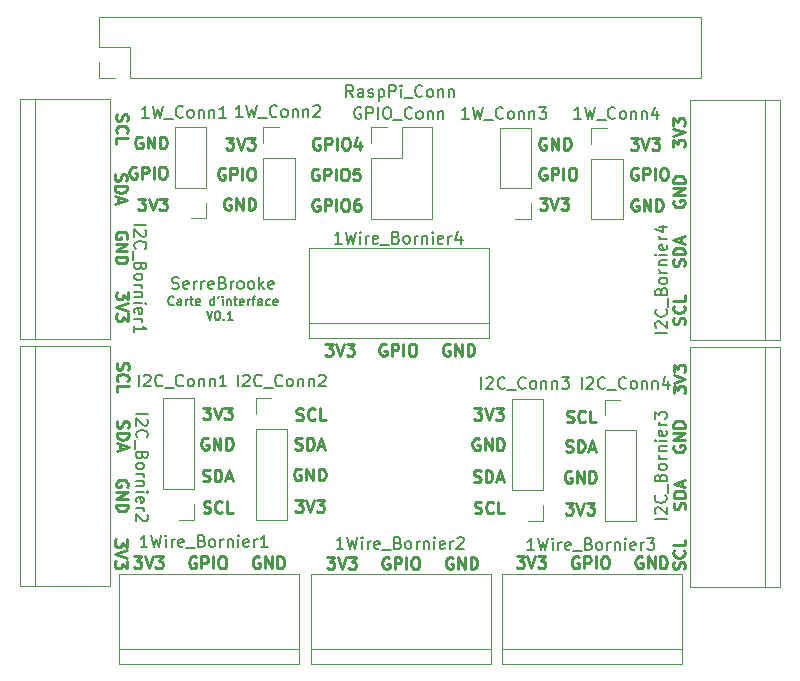
<source format=gbr>
%TF.GenerationSoftware,KiCad,Pcbnew,(5.1.10)-1*%
%TF.CreationDate,2022-03-08T12:45:46-05:00*%
%TF.ProjectId,PCBProjet,50434250-726f-46a6-9574-2e6b69636164,rev?*%
%TF.SameCoordinates,Original*%
%TF.FileFunction,Legend,Top*%
%TF.FilePolarity,Positive*%
%FSLAX46Y46*%
G04 Gerber Fmt 4.6, Leading zero omitted, Abs format (unit mm)*
G04 Created by KiCad (PCBNEW (5.1.10)-1) date 2022-03-08 12:45:46*
%MOMM*%
%LPD*%
G01*
G04 APERTURE LIST*
%ADD10C,0.187500*%
%ADD11C,0.150000*%
%ADD12C,0.250000*%
%ADD13C,0.120000*%
G04 APERTURE END LIST*
D10*
X125607142Y-97839285D02*
X125857142Y-98589285D01*
X126107142Y-97839285D01*
X126500000Y-97839285D02*
X126571428Y-97839285D01*
X126642857Y-97875000D01*
X126678571Y-97910714D01*
X126714285Y-97982142D01*
X126750000Y-98125000D01*
X126750000Y-98303571D01*
X126714285Y-98446428D01*
X126678571Y-98517857D01*
X126642857Y-98553571D01*
X126571428Y-98589285D01*
X126500000Y-98589285D01*
X126428571Y-98553571D01*
X126392857Y-98517857D01*
X126357142Y-98446428D01*
X126321428Y-98303571D01*
X126321428Y-98125000D01*
X126357142Y-97982142D01*
X126392857Y-97910714D01*
X126428571Y-97875000D01*
X126500000Y-97839285D01*
X127071428Y-98517857D02*
X127107142Y-98553571D01*
X127071428Y-98589285D01*
X127035714Y-98553571D01*
X127071428Y-98517857D01*
X127071428Y-98589285D01*
X127821428Y-98589285D02*
X127392857Y-98589285D01*
X127607142Y-98589285D02*
X127607142Y-97839285D01*
X127535714Y-97946428D01*
X127464285Y-98017857D01*
X127392857Y-98053571D01*
X122839285Y-97267857D02*
X122803571Y-97303571D01*
X122696428Y-97339285D01*
X122625000Y-97339285D01*
X122517857Y-97303571D01*
X122446428Y-97232142D01*
X122410714Y-97160714D01*
X122375000Y-97017857D01*
X122375000Y-96910714D01*
X122410714Y-96767857D01*
X122446428Y-96696428D01*
X122517857Y-96625000D01*
X122625000Y-96589285D01*
X122696428Y-96589285D01*
X122803571Y-96625000D01*
X122839285Y-96660714D01*
X123482142Y-97339285D02*
X123482142Y-96946428D01*
X123446428Y-96875000D01*
X123375000Y-96839285D01*
X123232142Y-96839285D01*
X123160714Y-96875000D01*
X123482142Y-97303571D02*
X123410714Y-97339285D01*
X123232142Y-97339285D01*
X123160714Y-97303571D01*
X123125000Y-97232142D01*
X123125000Y-97160714D01*
X123160714Y-97089285D01*
X123232142Y-97053571D01*
X123410714Y-97053571D01*
X123482142Y-97017857D01*
X123839285Y-97339285D02*
X123839285Y-96839285D01*
X123839285Y-96982142D02*
X123875000Y-96910714D01*
X123910714Y-96875000D01*
X123982142Y-96839285D01*
X124053571Y-96839285D01*
X124196428Y-96839285D02*
X124482142Y-96839285D01*
X124303571Y-96589285D02*
X124303571Y-97232142D01*
X124339285Y-97303571D01*
X124410714Y-97339285D01*
X124482142Y-97339285D01*
X125017857Y-97303571D02*
X124946428Y-97339285D01*
X124803571Y-97339285D01*
X124732142Y-97303571D01*
X124696428Y-97232142D01*
X124696428Y-96946428D01*
X124732142Y-96875000D01*
X124803571Y-96839285D01*
X124946428Y-96839285D01*
X125017857Y-96875000D01*
X125053571Y-96946428D01*
X125053571Y-97017857D01*
X124696428Y-97089285D01*
X126267857Y-97339285D02*
X126267857Y-96589285D01*
X126267857Y-97303571D02*
X126196428Y-97339285D01*
X126053571Y-97339285D01*
X125982142Y-97303571D01*
X125946428Y-97267857D01*
X125910714Y-97196428D01*
X125910714Y-96982142D01*
X125946428Y-96910714D01*
X125982142Y-96875000D01*
X126053571Y-96839285D01*
X126196428Y-96839285D01*
X126267857Y-96875000D01*
X126660714Y-96589285D02*
X126589285Y-96732142D01*
X126982142Y-97339285D02*
X126982142Y-96839285D01*
X126982142Y-96589285D02*
X126946428Y-96625000D01*
X126982142Y-96660714D01*
X127017857Y-96625000D01*
X126982142Y-96589285D01*
X126982142Y-96660714D01*
X127339285Y-96839285D02*
X127339285Y-97339285D01*
X127339285Y-96910714D02*
X127375000Y-96875000D01*
X127446428Y-96839285D01*
X127553571Y-96839285D01*
X127625000Y-96875000D01*
X127660714Y-96946428D01*
X127660714Y-97339285D01*
X127910714Y-96839285D02*
X128196428Y-96839285D01*
X128017857Y-96589285D02*
X128017857Y-97232142D01*
X128053571Y-97303571D01*
X128125000Y-97339285D01*
X128196428Y-97339285D01*
X128732142Y-97303571D02*
X128660714Y-97339285D01*
X128517857Y-97339285D01*
X128446428Y-97303571D01*
X128410714Y-97232142D01*
X128410714Y-96946428D01*
X128446428Y-96875000D01*
X128517857Y-96839285D01*
X128660714Y-96839285D01*
X128732142Y-96875000D01*
X128767857Y-96946428D01*
X128767857Y-97017857D01*
X128410714Y-97089285D01*
X129089285Y-97339285D02*
X129089285Y-96839285D01*
X129089285Y-96982142D02*
X129125000Y-96910714D01*
X129160714Y-96875000D01*
X129232142Y-96839285D01*
X129303571Y-96839285D01*
X129446428Y-96839285D02*
X129732142Y-96839285D01*
X129553571Y-97339285D02*
X129553571Y-96696428D01*
X129589285Y-96625000D01*
X129660714Y-96589285D01*
X129732142Y-96589285D01*
X130303571Y-97339285D02*
X130303571Y-96946428D01*
X130267857Y-96875000D01*
X130196428Y-96839285D01*
X130053571Y-96839285D01*
X129982142Y-96875000D01*
X130303571Y-97303571D02*
X130232142Y-97339285D01*
X130053571Y-97339285D01*
X129982142Y-97303571D01*
X129946428Y-97232142D01*
X129946428Y-97160714D01*
X129982142Y-97089285D01*
X130053571Y-97053571D01*
X130232142Y-97053571D01*
X130303571Y-97017857D01*
X130982142Y-97303571D02*
X130910714Y-97339285D01*
X130767857Y-97339285D01*
X130696428Y-97303571D01*
X130660714Y-97267857D01*
X130625000Y-97196428D01*
X130625000Y-96982142D01*
X130660714Y-96910714D01*
X130696428Y-96875000D01*
X130767857Y-96839285D01*
X130910714Y-96839285D01*
X130982142Y-96875000D01*
X131589285Y-97303571D02*
X131517857Y-97339285D01*
X131375000Y-97339285D01*
X131303571Y-97303571D01*
X131267857Y-97232142D01*
X131267857Y-96946428D01*
X131303571Y-96875000D01*
X131375000Y-96839285D01*
X131517857Y-96839285D01*
X131589285Y-96875000D01*
X131625000Y-96946428D01*
X131625000Y-97017857D01*
X131267857Y-97089285D01*
D11*
X122690476Y-95904761D02*
X122833333Y-95952380D01*
X123071428Y-95952380D01*
X123166666Y-95904761D01*
X123214285Y-95857142D01*
X123261904Y-95761904D01*
X123261904Y-95666666D01*
X123214285Y-95571428D01*
X123166666Y-95523809D01*
X123071428Y-95476190D01*
X122880952Y-95428571D01*
X122785714Y-95380952D01*
X122738095Y-95333333D01*
X122690476Y-95238095D01*
X122690476Y-95142857D01*
X122738095Y-95047619D01*
X122785714Y-95000000D01*
X122880952Y-94952380D01*
X123119047Y-94952380D01*
X123261904Y-95000000D01*
X124071428Y-95904761D02*
X123976190Y-95952380D01*
X123785714Y-95952380D01*
X123690476Y-95904761D01*
X123642857Y-95809523D01*
X123642857Y-95428571D01*
X123690476Y-95333333D01*
X123785714Y-95285714D01*
X123976190Y-95285714D01*
X124071428Y-95333333D01*
X124119047Y-95428571D01*
X124119047Y-95523809D01*
X123642857Y-95619047D01*
X124547619Y-95952380D02*
X124547619Y-95285714D01*
X124547619Y-95476190D02*
X124595238Y-95380952D01*
X124642857Y-95333333D01*
X124738095Y-95285714D01*
X124833333Y-95285714D01*
X125166666Y-95952380D02*
X125166666Y-95285714D01*
X125166666Y-95476190D02*
X125214285Y-95380952D01*
X125261904Y-95333333D01*
X125357142Y-95285714D01*
X125452380Y-95285714D01*
X126166666Y-95904761D02*
X126071428Y-95952380D01*
X125880952Y-95952380D01*
X125785714Y-95904761D01*
X125738095Y-95809523D01*
X125738095Y-95428571D01*
X125785714Y-95333333D01*
X125880952Y-95285714D01*
X126071428Y-95285714D01*
X126166666Y-95333333D01*
X126214285Y-95428571D01*
X126214285Y-95523809D01*
X125738095Y-95619047D01*
X126976190Y-95428571D02*
X127119047Y-95476190D01*
X127166666Y-95523809D01*
X127214285Y-95619047D01*
X127214285Y-95761904D01*
X127166666Y-95857142D01*
X127119047Y-95904761D01*
X127023809Y-95952380D01*
X126642857Y-95952380D01*
X126642857Y-94952380D01*
X126976190Y-94952380D01*
X127071428Y-95000000D01*
X127119047Y-95047619D01*
X127166666Y-95142857D01*
X127166666Y-95238095D01*
X127119047Y-95333333D01*
X127071428Y-95380952D01*
X126976190Y-95428571D01*
X126642857Y-95428571D01*
X127642857Y-95952380D02*
X127642857Y-95285714D01*
X127642857Y-95476190D02*
X127690476Y-95380952D01*
X127738095Y-95333333D01*
X127833333Y-95285714D01*
X127928571Y-95285714D01*
X128404761Y-95952380D02*
X128309523Y-95904761D01*
X128261904Y-95857142D01*
X128214285Y-95761904D01*
X128214285Y-95476190D01*
X128261904Y-95380952D01*
X128309523Y-95333333D01*
X128404761Y-95285714D01*
X128547619Y-95285714D01*
X128642857Y-95333333D01*
X128690476Y-95380952D01*
X128738095Y-95476190D01*
X128738095Y-95761904D01*
X128690476Y-95857142D01*
X128642857Y-95904761D01*
X128547619Y-95952380D01*
X128404761Y-95952380D01*
X129309523Y-95952380D02*
X129214285Y-95904761D01*
X129166666Y-95857142D01*
X129119047Y-95761904D01*
X129119047Y-95476190D01*
X129166666Y-95380952D01*
X129214285Y-95333333D01*
X129309523Y-95285714D01*
X129452380Y-95285714D01*
X129547619Y-95333333D01*
X129595238Y-95380952D01*
X129642857Y-95476190D01*
X129642857Y-95761904D01*
X129595238Y-95857142D01*
X129547619Y-95904761D01*
X129452380Y-95952380D01*
X129309523Y-95952380D01*
X130071428Y-95952380D02*
X130071428Y-94952380D01*
X130166666Y-95571428D02*
X130452380Y-95952380D01*
X130452380Y-95285714D02*
X130071428Y-95666666D01*
X131261904Y-95904761D02*
X131166666Y-95952380D01*
X130976190Y-95952380D01*
X130880952Y-95904761D01*
X130833333Y-95809523D01*
X130833333Y-95428571D01*
X130880952Y-95333333D01*
X130976190Y-95285714D01*
X131166666Y-95285714D01*
X131261904Y-95333333D01*
X131309523Y-95428571D01*
X131309523Y-95523809D01*
X130833333Y-95619047D01*
D12*
X162488095Y-118650000D02*
X162392857Y-118602380D01*
X162250000Y-118602380D01*
X162107142Y-118650000D01*
X162011904Y-118745238D01*
X161964285Y-118840476D01*
X161916666Y-119030952D01*
X161916666Y-119173809D01*
X161964285Y-119364285D01*
X162011904Y-119459523D01*
X162107142Y-119554761D01*
X162250000Y-119602380D01*
X162345238Y-119602380D01*
X162488095Y-119554761D01*
X162535714Y-119507142D01*
X162535714Y-119173809D01*
X162345238Y-119173809D01*
X162964285Y-119602380D02*
X162964285Y-118602380D01*
X163535714Y-119602380D01*
X163535714Y-118602380D01*
X164011904Y-119602380D02*
X164011904Y-118602380D01*
X164250000Y-118602380D01*
X164392857Y-118650000D01*
X164488095Y-118745238D01*
X164535714Y-118840476D01*
X164583333Y-119030952D01*
X164583333Y-119173809D01*
X164535714Y-119364285D01*
X164488095Y-119459523D01*
X164392857Y-119554761D01*
X164250000Y-119602380D01*
X164011904Y-119602380D01*
X157100000Y-118650000D02*
X157004761Y-118602380D01*
X156861904Y-118602380D01*
X156719047Y-118650000D01*
X156623809Y-118745238D01*
X156576190Y-118840476D01*
X156528571Y-119030952D01*
X156528571Y-119173809D01*
X156576190Y-119364285D01*
X156623809Y-119459523D01*
X156719047Y-119554761D01*
X156861904Y-119602380D01*
X156957142Y-119602380D01*
X157100000Y-119554761D01*
X157147619Y-119507142D01*
X157147619Y-119173809D01*
X156957142Y-119173809D01*
X157576190Y-119602380D02*
X157576190Y-118602380D01*
X157957142Y-118602380D01*
X158052380Y-118650000D01*
X158100000Y-118697619D01*
X158147619Y-118792857D01*
X158147619Y-118935714D01*
X158100000Y-119030952D01*
X158052380Y-119078571D01*
X157957142Y-119126190D01*
X157576190Y-119126190D01*
X158576190Y-119602380D02*
X158576190Y-118602380D01*
X159242857Y-118602380D02*
X159433333Y-118602380D01*
X159528571Y-118650000D01*
X159623809Y-118745238D01*
X159671428Y-118935714D01*
X159671428Y-119269047D01*
X159623809Y-119459523D01*
X159528571Y-119554761D01*
X159433333Y-119602380D01*
X159242857Y-119602380D01*
X159147619Y-119554761D01*
X159052380Y-119459523D01*
X159004761Y-119269047D01*
X159004761Y-118935714D01*
X159052380Y-118745238D01*
X159147619Y-118650000D01*
X159242857Y-118602380D01*
X151861904Y-118602380D02*
X152480952Y-118602380D01*
X152147619Y-118983333D01*
X152290476Y-118983333D01*
X152385714Y-119030952D01*
X152433333Y-119078571D01*
X152480952Y-119173809D01*
X152480952Y-119411904D01*
X152433333Y-119507142D01*
X152385714Y-119554761D01*
X152290476Y-119602380D01*
X152004761Y-119602380D01*
X151909523Y-119554761D01*
X151861904Y-119507142D01*
X152766666Y-118602380D02*
X153100000Y-119602380D01*
X153433333Y-118602380D01*
X153671428Y-118602380D02*
X154290476Y-118602380D01*
X153957142Y-118983333D01*
X154100000Y-118983333D01*
X154195238Y-119030952D01*
X154242857Y-119078571D01*
X154290476Y-119173809D01*
X154290476Y-119411904D01*
X154242857Y-119507142D01*
X154195238Y-119554761D01*
X154100000Y-119602380D01*
X153814285Y-119602380D01*
X153719047Y-119554761D01*
X153671428Y-119507142D01*
X146438095Y-118700000D02*
X146342857Y-118652380D01*
X146200000Y-118652380D01*
X146057142Y-118700000D01*
X145961904Y-118795238D01*
X145914285Y-118890476D01*
X145866666Y-119080952D01*
X145866666Y-119223809D01*
X145914285Y-119414285D01*
X145961904Y-119509523D01*
X146057142Y-119604761D01*
X146200000Y-119652380D01*
X146295238Y-119652380D01*
X146438095Y-119604761D01*
X146485714Y-119557142D01*
X146485714Y-119223809D01*
X146295238Y-119223809D01*
X146914285Y-119652380D02*
X146914285Y-118652380D01*
X147485714Y-119652380D01*
X147485714Y-118652380D01*
X147961904Y-119652380D02*
X147961904Y-118652380D01*
X148200000Y-118652380D01*
X148342857Y-118700000D01*
X148438095Y-118795238D01*
X148485714Y-118890476D01*
X148533333Y-119080952D01*
X148533333Y-119223809D01*
X148485714Y-119414285D01*
X148438095Y-119509523D01*
X148342857Y-119604761D01*
X148200000Y-119652380D01*
X147961904Y-119652380D01*
X141050000Y-118700000D02*
X140954761Y-118652380D01*
X140811904Y-118652380D01*
X140669047Y-118700000D01*
X140573809Y-118795238D01*
X140526190Y-118890476D01*
X140478571Y-119080952D01*
X140478571Y-119223809D01*
X140526190Y-119414285D01*
X140573809Y-119509523D01*
X140669047Y-119604761D01*
X140811904Y-119652380D01*
X140907142Y-119652380D01*
X141050000Y-119604761D01*
X141097619Y-119557142D01*
X141097619Y-119223809D01*
X140907142Y-119223809D01*
X141526190Y-119652380D02*
X141526190Y-118652380D01*
X141907142Y-118652380D01*
X142002380Y-118700000D01*
X142050000Y-118747619D01*
X142097619Y-118842857D01*
X142097619Y-118985714D01*
X142050000Y-119080952D01*
X142002380Y-119128571D01*
X141907142Y-119176190D01*
X141526190Y-119176190D01*
X142526190Y-119652380D02*
X142526190Y-118652380D01*
X143192857Y-118652380D02*
X143383333Y-118652380D01*
X143478571Y-118700000D01*
X143573809Y-118795238D01*
X143621428Y-118985714D01*
X143621428Y-119319047D01*
X143573809Y-119509523D01*
X143478571Y-119604761D01*
X143383333Y-119652380D01*
X143192857Y-119652380D01*
X143097619Y-119604761D01*
X143002380Y-119509523D01*
X142954761Y-119319047D01*
X142954761Y-118985714D01*
X143002380Y-118795238D01*
X143097619Y-118700000D01*
X143192857Y-118652380D01*
X135811904Y-118652380D02*
X136430952Y-118652380D01*
X136097619Y-119033333D01*
X136240476Y-119033333D01*
X136335714Y-119080952D01*
X136383333Y-119128571D01*
X136430952Y-119223809D01*
X136430952Y-119461904D01*
X136383333Y-119557142D01*
X136335714Y-119604761D01*
X136240476Y-119652380D01*
X135954761Y-119652380D01*
X135859523Y-119604761D01*
X135811904Y-119557142D01*
X136716666Y-118652380D02*
X137050000Y-119652380D01*
X137383333Y-118652380D01*
X137621428Y-118652380D02*
X138240476Y-118652380D01*
X137907142Y-119033333D01*
X138050000Y-119033333D01*
X138145238Y-119080952D01*
X138192857Y-119128571D01*
X138240476Y-119223809D01*
X138240476Y-119461904D01*
X138192857Y-119557142D01*
X138145238Y-119604761D01*
X138050000Y-119652380D01*
X137764285Y-119652380D01*
X137669047Y-119604761D01*
X137621428Y-119557142D01*
X166054761Y-94014285D02*
X166102380Y-93871428D01*
X166102380Y-93633333D01*
X166054761Y-93538095D01*
X166007142Y-93490476D01*
X165911904Y-93442857D01*
X165816666Y-93442857D01*
X165721428Y-93490476D01*
X165673809Y-93538095D01*
X165626190Y-93633333D01*
X165578571Y-93823809D01*
X165530952Y-93919047D01*
X165483333Y-93966666D01*
X165388095Y-94014285D01*
X165292857Y-94014285D01*
X165197619Y-93966666D01*
X165150000Y-93919047D01*
X165102380Y-93823809D01*
X165102380Y-93585714D01*
X165150000Y-93442857D01*
X166102380Y-93014285D02*
X165102380Y-93014285D01*
X165102380Y-92776190D01*
X165150000Y-92633333D01*
X165245238Y-92538095D01*
X165340476Y-92490476D01*
X165530952Y-92442857D01*
X165673809Y-92442857D01*
X165864285Y-92490476D01*
X165959523Y-92538095D01*
X166054761Y-92633333D01*
X166102380Y-92776190D01*
X166102380Y-93014285D01*
X165816666Y-92061904D02*
X165816666Y-91585714D01*
X166102380Y-92157142D02*
X165102380Y-91823809D01*
X166102380Y-91490476D01*
X166054761Y-98940476D02*
X166102380Y-98797619D01*
X166102380Y-98559523D01*
X166054761Y-98464285D01*
X166007142Y-98416666D01*
X165911904Y-98369047D01*
X165816666Y-98369047D01*
X165721428Y-98416666D01*
X165673809Y-98464285D01*
X165626190Y-98559523D01*
X165578571Y-98750000D01*
X165530952Y-98845238D01*
X165483333Y-98892857D01*
X165388095Y-98940476D01*
X165292857Y-98940476D01*
X165197619Y-98892857D01*
X165150000Y-98845238D01*
X165102380Y-98750000D01*
X165102380Y-98511904D01*
X165150000Y-98369047D01*
X166007142Y-97369047D02*
X166054761Y-97416666D01*
X166102380Y-97559523D01*
X166102380Y-97654761D01*
X166054761Y-97797619D01*
X165959523Y-97892857D01*
X165864285Y-97940476D01*
X165673809Y-97988095D01*
X165530952Y-97988095D01*
X165340476Y-97940476D01*
X165245238Y-97892857D01*
X165150000Y-97797619D01*
X165102380Y-97654761D01*
X165102380Y-97559523D01*
X165150000Y-97416666D01*
X165197619Y-97369047D01*
X166102380Y-96464285D02*
X166102380Y-96940476D01*
X165102380Y-96940476D01*
X165102380Y-83938095D02*
X165102380Y-83319047D01*
X165483333Y-83652380D01*
X165483333Y-83509523D01*
X165530952Y-83414285D01*
X165578571Y-83366666D01*
X165673809Y-83319047D01*
X165911904Y-83319047D01*
X166007142Y-83366666D01*
X166054761Y-83414285D01*
X166102380Y-83509523D01*
X166102380Y-83795238D01*
X166054761Y-83890476D01*
X166007142Y-83938095D01*
X165102380Y-83033333D02*
X166102380Y-82700000D01*
X165102380Y-82366666D01*
X165102380Y-82128571D02*
X165102380Y-81509523D01*
X165483333Y-81842857D01*
X165483333Y-81700000D01*
X165530952Y-81604761D01*
X165578571Y-81557142D01*
X165673809Y-81509523D01*
X165911904Y-81509523D01*
X166007142Y-81557142D01*
X166054761Y-81604761D01*
X166102380Y-81700000D01*
X166102380Y-81985714D01*
X166054761Y-82080952D01*
X166007142Y-82128571D01*
X165150000Y-88461904D02*
X165102380Y-88557142D01*
X165102380Y-88700000D01*
X165150000Y-88842857D01*
X165245238Y-88938095D01*
X165340476Y-88985714D01*
X165530952Y-89033333D01*
X165673809Y-89033333D01*
X165864285Y-88985714D01*
X165959523Y-88938095D01*
X166054761Y-88842857D01*
X166102380Y-88700000D01*
X166102380Y-88604761D01*
X166054761Y-88461904D01*
X166007142Y-88414285D01*
X165673809Y-88414285D01*
X165673809Y-88604761D01*
X166102380Y-87985714D02*
X165102380Y-87985714D01*
X166102380Y-87414285D01*
X165102380Y-87414285D01*
X166102380Y-86938095D02*
X165102380Y-86938095D01*
X165102380Y-86700000D01*
X165150000Y-86557142D01*
X165245238Y-86461904D01*
X165340476Y-86414285D01*
X165530952Y-86366666D01*
X165673809Y-86366666D01*
X165864285Y-86414285D01*
X165959523Y-86461904D01*
X166054761Y-86557142D01*
X166102380Y-86700000D01*
X166102380Y-86938095D01*
X166104761Y-114614285D02*
X166152380Y-114471428D01*
X166152380Y-114233333D01*
X166104761Y-114138095D01*
X166057142Y-114090476D01*
X165961904Y-114042857D01*
X165866666Y-114042857D01*
X165771428Y-114090476D01*
X165723809Y-114138095D01*
X165676190Y-114233333D01*
X165628571Y-114423809D01*
X165580952Y-114519047D01*
X165533333Y-114566666D01*
X165438095Y-114614285D01*
X165342857Y-114614285D01*
X165247619Y-114566666D01*
X165200000Y-114519047D01*
X165152380Y-114423809D01*
X165152380Y-114185714D01*
X165200000Y-114042857D01*
X166152380Y-113614285D02*
X165152380Y-113614285D01*
X165152380Y-113376190D01*
X165200000Y-113233333D01*
X165295238Y-113138095D01*
X165390476Y-113090476D01*
X165580952Y-113042857D01*
X165723809Y-113042857D01*
X165914285Y-113090476D01*
X166009523Y-113138095D01*
X166104761Y-113233333D01*
X166152380Y-113376190D01*
X166152380Y-113614285D01*
X165866666Y-112661904D02*
X165866666Y-112185714D01*
X166152380Y-112757142D02*
X165152380Y-112423809D01*
X166152380Y-112090476D01*
X166054761Y-119640476D02*
X166102380Y-119497619D01*
X166102380Y-119259523D01*
X166054761Y-119164285D01*
X166007142Y-119116666D01*
X165911904Y-119069047D01*
X165816666Y-119069047D01*
X165721428Y-119116666D01*
X165673809Y-119164285D01*
X165626190Y-119259523D01*
X165578571Y-119450000D01*
X165530952Y-119545238D01*
X165483333Y-119592857D01*
X165388095Y-119640476D01*
X165292857Y-119640476D01*
X165197619Y-119592857D01*
X165150000Y-119545238D01*
X165102380Y-119450000D01*
X165102380Y-119211904D01*
X165150000Y-119069047D01*
X166007142Y-118069047D02*
X166054761Y-118116666D01*
X166102380Y-118259523D01*
X166102380Y-118354761D01*
X166054761Y-118497619D01*
X165959523Y-118592857D01*
X165864285Y-118640476D01*
X165673809Y-118688095D01*
X165530952Y-118688095D01*
X165340476Y-118640476D01*
X165245238Y-118592857D01*
X165150000Y-118497619D01*
X165102380Y-118354761D01*
X165102380Y-118259523D01*
X165150000Y-118116666D01*
X165197619Y-118069047D01*
X166102380Y-117164285D02*
X166102380Y-117640476D01*
X165102380Y-117640476D01*
X165152380Y-104788095D02*
X165152380Y-104169047D01*
X165533333Y-104502380D01*
X165533333Y-104359523D01*
X165580952Y-104264285D01*
X165628571Y-104216666D01*
X165723809Y-104169047D01*
X165961904Y-104169047D01*
X166057142Y-104216666D01*
X166104761Y-104264285D01*
X166152380Y-104359523D01*
X166152380Y-104645238D01*
X166104761Y-104740476D01*
X166057142Y-104788095D01*
X165152380Y-103883333D02*
X166152380Y-103550000D01*
X165152380Y-103216666D01*
X165152380Y-102978571D02*
X165152380Y-102359523D01*
X165533333Y-102692857D01*
X165533333Y-102550000D01*
X165580952Y-102454761D01*
X165628571Y-102407142D01*
X165723809Y-102359523D01*
X165961904Y-102359523D01*
X166057142Y-102407142D01*
X166104761Y-102454761D01*
X166152380Y-102550000D01*
X166152380Y-102835714D01*
X166104761Y-102930952D01*
X166057142Y-102978571D01*
X165150000Y-109211904D02*
X165102380Y-109307142D01*
X165102380Y-109450000D01*
X165150000Y-109592857D01*
X165245238Y-109688095D01*
X165340476Y-109735714D01*
X165530952Y-109783333D01*
X165673809Y-109783333D01*
X165864285Y-109735714D01*
X165959523Y-109688095D01*
X166054761Y-109592857D01*
X166102380Y-109450000D01*
X166102380Y-109354761D01*
X166054761Y-109211904D01*
X166007142Y-109164285D01*
X165673809Y-109164285D01*
X165673809Y-109354761D01*
X166102380Y-108735714D02*
X165102380Y-108735714D01*
X166102380Y-108164285D01*
X165102380Y-108164285D01*
X166102380Y-107688095D02*
X165102380Y-107688095D01*
X165102380Y-107450000D01*
X165150000Y-107307142D01*
X165245238Y-107211904D01*
X165340476Y-107164285D01*
X165530952Y-107116666D01*
X165673809Y-107116666D01*
X165864285Y-107164285D01*
X165959523Y-107211904D01*
X166054761Y-107307142D01*
X166102380Y-107450000D01*
X166102380Y-107688095D01*
X117895238Y-86235714D02*
X117847619Y-86378571D01*
X117847619Y-86616666D01*
X117895238Y-86711904D01*
X117942857Y-86759523D01*
X118038095Y-86807142D01*
X118133333Y-86807142D01*
X118228571Y-86759523D01*
X118276190Y-86711904D01*
X118323809Y-86616666D01*
X118371428Y-86426190D01*
X118419047Y-86330952D01*
X118466666Y-86283333D01*
X118561904Y-86235714D01*
X118657142Y-86235714D01*
X118752380Y-86283333D01*
X118800000Y-86330952D01*
X118847619Y-86426190D01*
X118847619Y-86664285D01*
X118800000Y-86807142D01*
X117847619Y-87235714D02*
X118847619Y-87235714D01*
X118847619Y-87473809D01*
X118800000Y-87616666D01*
X118704761Y-87711904D01*
X118609523Y-87759523D01*
X118419047Y-87807142D01*
X118276190Y-87807142D01*
X118085714Y-87759523D01*
X117990476Y-87711904D01*
X117895238Y-87616666D01*
X117847619Y-87473809D01*
X117847619Y-87235714D01*
X118133333Y-88188095D02*
X118133333Y-88664285D01*
X117847619Y-88092857D02*
X118847619Y-88426190D01*
X117847619Y-88759523D01*
X117995238Y-81159523D02*
X117947619Y-81302380D01*
X117947619Y-81540476D01*
X117995238Y-81635714D01*
X118042857Y-81683333D01*
X118138095Y-81730952D01*
X118233333Y-81730952D01*
X118328571Y-81683333D01*
X118376190Y-81635714D01*
X118423809Y-81540476D01*
X118471428Y-81350000D01*
X118519047Y-81254761D01*
X118566666Y-81207142D01*
X118661904Y-81159523D01*
X118757142Y-81159523D01*
X118852380Y-81207142D01*
X118900000Y-81254761D01*
X118947619Y-81350000D01*
X118947619Y-81588095D01*
X118900000Y-81730952D01*
X118042857Y-82730952D02*
X117995238Y-82683333D01*
X117947619Y-82540476D01*
X117947619Y-82445238D01*
X117995238Y-82302380D01*
X118090476Y-82207142D01*
X118185714Y-82159523D01*
X118376190Y-82111904D01*
X118519047Y-82111904D01*
X118709523Y-82159523D01*
X118804761Y-82207142D01*
X118900000Y-82302380D01*
X118947619Y-82445238D01*
X118947619Y-82540476D01*
X118900000Y-82683333D01*
X118852380Y-82730952D01*
X117947619Y-83635714D02*
X117947619Y-83159523D01*
X118947619Y-83159523D01*
X118947619Y-96211904D02*
X118947619Y-96830952D01*
X118566666Y-96497619D01*
X118566666Y-96640476D01*
X118519047Y-96735714D01*
X118471428Y-96783333D01*
X118376190Y-96830952D01*
X118138095Y-96830952D01*
X118042857Y-96783333D01*
X117995238Y-96735714D01*
X117947619Y-96640476D01*
X117947619Y-96354761D01*
X117995238Y-96259523D01*
X118042857Y-96211904D01*
X118947619Y-97116666D02*
X117947619Y-97450000D01*
X118947619Y-97783333D01*
X118947619Y-98021428D02*
X118947619Y-98640476D01*
X118566666Y-98307142D01*
X118566666Y-98450000D01*
X118519047Y-98545238D01*
X118471428Y-98592857D01*
X118376190Y-98640476D01*
X118138095Y-98640476D01*
X118042857Y-98592857D01*
X117995238Y-98545238D01*
X117947619Y-98450000D01*
X117947619Y-98164285D01*
X117995238Y-98069047D01*
X118042857Y-98021428D01*
X118850000Y-91688095D02*
X118897619Y-91592857D01*
X118897619Y-91450000D01*
X118850000Y-91307142D01*
X118754761Y-91211904D01*
X118659523Y-91164285D01*
X118469047Y-91116666D01*
X118326190Y-91116666D01*
X118135714Y-91164285D01*
X118040476Y-91211904D01*
X117945238Y-91307142D01*
X117897619Y-91450000D01*
X117897619Y-91545238D01*
X117945238Y-91688095D01*
X117992857Y-91735714D01*
X118326190Y-91735714D01*
X118326190Y-91545238D01*
X117897619Y-92164285D02*
X118897619Y-92164285D01*
X117897619Y-92735714D01*
X118897619Y-92735714D01*
X117897619Y-93211904D02*
X118897619Y-93211904D01*
X118897619Y-93450000D01*
X118850000Y-93592857D01*
X118754761Y-93688095D01*
X118659523Y-93735714D01*
X118469047Y-93783333D01*
X118326190Y-93783333D01*
X118135714Y-93735714D01*
X118040476Y-93688095D01*
X117945238Y-93592857D01*
X117897619Y-93450000D01*
X117897619Y-93211904D01*
X146188095Y-100650000D02*
X146092857Y-100602380D01*
X145950000Y-100602380D01*
X145807142Y-100650000D01*
X145711904Y-100745238D01*
X145664285Y-100840476D01*
X145616666Y-101030952D01*
X145616666Y-101173809D01*
X145664285Y-101364285D01*
X145711904Y-101459523D01*
X145807142Y-101554761D01*
X145950000Y-101602380D01*
X146045238Y-101602380D01*
X146188095Y-101554761D01*
X146235714Y-101507142D01*
X146235714Y-101173809D01*
X146045238Y-101173809D01*
X146664285Y-101602380D02*
X146664285Y-100602380D01*
X147235714Y-101602380D01*
X147235714Y-100602380D01*
X147711904Y-101602380D02*
X147711904Y-100602380D01*
X147950000Y-100602380D01*
X148092857Y-100650000D01*
X148188095Y-100745238D01*
X148235714Y-100840476D01*
X148283333Y-101030952D01*
X148283333Y-101173809D01*
X148235714Y-101364285D01*
X148188095Y-101459523D01*
X148092857Y-101554761D01*
X147950000Y-101602380D01*
X147711904Y-101602380D01*
X140800000Y-100650000D02*
X140704761Y-100602380D01*
X140561904Y-100602380D01*
X140419047Y-100650000D01*
X140323809Y-100745238D01*
X140276190Y-100840476D01*
X140228571Y-101030952D01*
X140228571Y-101173809D01*
X140276190Y-101364285D01*
X140323809Y-101459523D01*
X140419047Y-101554761D01*
X140561904Y-101602380D01*
X140657142Y-101602380D01*
X140800000Y-101554761D01*
X140847619Y-101507142D01*
X140847619Y-101173809D01*
X140657142Y-101173809D01*
X141276190Y-101602380D02*
X141276190Y-100602380D01*
X141657142Y-100602380D01*
X141752380Y-100650000D01*
X141800000Y-100697619D01*
X141847619Y-100792857D01*
X141847619Y-100935714D01*
X141800000Y-101030952D01*
X141752380Y-101078571D01*
X141657142Y-101126190D01*
X141276190Y-101126190D01*
X142276190Y-101602380D02*
X142276190Y-100602380D01*
X142942857Y-100602380D02*
X143133333Y-100602380D01*
X143228571Y-100650000D01*
X143323809Y-100745238D01*
X143371428Y-100935714D01*
X143371428Y-101269047D01*
X143323809Y-101459523D01*
X143228571Y-101554761D01*
X143133333Y-101602380D01*
X142942857Y-101602380D01*
X142847619Y-101554761D01*
X142752380Y-101459523D01*
X142704761Y-101269047D01*
X142704761Y-100935714D01*
X142752380Y-100745238D01*
X142847619Y-100650000D01*
X142942857Y-100602380D01*
X135661904Y-100602380D02*
X136280952Y-100602380D01*
X135947619Y-100983333D01*
X136090476Y-100983333D01*
X136185714Y-101030952D01*
X136233333Y-101078571D01*
X136280952Y-101173809D01*
X136280952Y-101411904D01*
X136233333Y-101507142D01*
X136185714Y-101554761D01*
X136090476Y-101602380D01*
X135804761Y-101602380D01*
X135709523Y-101554761D01*
X135661904Y-101507142D01*
X136566666Y-100602380D02*
X136900000Y-101602380D01*
X137233333Y-100602380D01*
X137471428Y-100602380D02*
X138090476Y-100602380D01*
X137757142Y-100983333D01*
X137900000Y-100983333D01*
X137995238Y-101030952D01*
X138042857Y-101078571D01*
X138090476Y-101173809D01*
X138090476Y-101411904D01*
X138042857Y-101507142D01*
X137995238Y-101554761D01*
X137900000Y-101602380D01*
X137614285Y-101602380D01*
X137519047Y-101554761D01*
X137471428Y-101507142D01*
X118045238Y-102209523D02*
X117997619Y-102352380D01*
X117997619Y-102590476D01*
X118045238Y-102685714D01*
X118092857Y-102733333D01*
X118188095Y-102780952D01*
X118283333Y-102780952D01*
X118378571Y-102733333D01*
X118426190Y-102685714D01*
X118473809Y-102590476D01*
X118521428Y-102400000D01*
X118569047Y-102304761D01*
X118616666Y-102257142D01*
X118711904Y-102209523D01*
X118807142Y-102209523D01*
X118902380Y-102257142D01*
X118950000Y-102304761D01*
X118997619Y-102400000D01*
X118997619Y-102638095D01*
X118950000Y-102780952D01*
X118092857Y-103780952D02*
X118045238Y-103733333D01*
X117997619Y-103590476D01*
X117997619Y-103495238D01*
X118045238Y-103352380D01*
X118140476Y-103257142D01*
X118235714Y-103209523D01*
X118426190Y-103161904D01*
X118569047Y-103161904D01*
X118759523Y-103209523D01*
X118854761Y-103257142D01*
X118950000Y-103352380D01*
X118997619Y-103495238D01*
X118997619Y-103590476D01*
X118950000Y-103733333D01*
X118902380Y-103780952D01*
X117997619Y-104685714D02*
X117997619Y-104209523D01*
X118997619Y-104209523D01*
X118900000Y-112688095D02*
X118947619Y-112592857D01*
X118947619Y-112450000D01*
X118900000Y-112307142D01*
X118804761Y-112211904D01*
X118709523Y-112164285D01*
X118519047Y-112116666D01*
X118376190Y-112116666D01*
X118185714Y-112164285D01*
X118090476Y-112211904D01*
X117995238Y-112307142D01*
X117947619Y-112450000D01*
X117947619Y-112545238D01*
X117995238Y-112688095D01*
X118042857Y-112735714D01*
X118376190Y-112735714D01*
X118376190Y-112545238D01*
X117947619Y-113164285D02*
X118947619Y-113164285D01*
X117947619Y-113735714D01*
X118947619Y-113735714D01*
X117947619Y-114211904D02*
X118947619Y-114211904D01*
X118947619Y-114450000D01*
X118900000Y-114592857D01*
X118804761Y-114688095D01*
X118709523Y-114735714D01*
X118519047Y-114783333D01*
X118376190Y-114783333D01*
X118185714Y-114735714D01*
X118090476Y-114688095D01*
X117995238Y-114592857D01*
X117947619Y-114450000D01*
X117947619Y-114211904D01*
X118847619Y-117161904D02*
X118847619Y-117780952D01*
X118466666Y-117447619D01*
X118466666Y-117590476D01*
X118419047Y-117685714D01*
X118371428Y-117733333D01*
X118276190Y-117780952D01*
X118038095Y-117780952D01*
X117942857Y-117733333D01*
X117895238Y-117685714D01*
X117847619Y-117590476D01*
X117847619Y-117304761D01*
X117895238Y-117209523D01*
X117942857Y-117161904D01*
X118847619Y-118066666D02*
X117847619Y-118400000D01*
X118847619Y-118733333D01*
X118847619Y-118971428D02*
X118847619Y-119590476D01*
X118466666Y-119257142D01*
X118466666Y-119400000D01*
X118419047Y-119495238D01*
X118371428Y-119542857D01*
X118276190Y-119590476D01*
X118038095Y-119590476D01*
X117942857Y-119542857D01*
X117895238Y-119495238D01*
X117847619Y-119400000D01*
X117847619Y-119114285D01*
X117895238Y-119019047D01*
X117942857Y-118971428D01*
X118045238Y-107135714D02*
X117997619Y-107278571D01*
X117997619Y-107516666D01*
X118045238Y-107611904D01*
X118092857Y-107659523D01*
X118188095Y-107707142D01*
X118283333Y-107707142D01*
X118378571Y-107659523D01*
X118426190Y-107611904D01*
X118473809Y-107516666D01*
X118521428Y-107326190D01*
X118569047Y-107230952D01*
X118616666Y-107183333D01*
X118711904Y-107135714D01*
X118807142Y-107135714D01*
X118902380Y-107183333D01*
X118950000Y-107230952D01*
X118997619Y-107326190D01*
X118997619Y-107564285D01*
X118950000Y-107707142D01*
X117997619Y-108135714D02*
X118997619Y-108135714D01*
X118997619Y-108373809D01*
X118950000Y-108516666D01*
X118854761Y-108611904D01*
X118759523Y-108659523D01*
X118569047Y-108707142D01*
X118426190Y-108707142D01*
X118235714Y-108659523D01*
X118140476Y-108611904D01*
X118045238Y-108516666D01*
X117997619Y-108373809D01*
X117997619Y-108135714D01*
X118283333Y-109088095D02*
X118283333Y-109564285D01*
X117997619Y-108992857D02*
X118997619Y-109326190D01*
X117997619Y-109659523D01*
X119461904Y-118602380D02*
X120080952Y-118602380D01*
X119747619Y-118983333D01*
X119890476Y-118983333D01*
X119985714Y-119030952D01*
X120033333Y-119078571D01*
X120080952Y-119173809D01*
X120080952Y-119411904D01*
X120033333Y-119507142D01*
X119985714Y-119554761D01*
X119890476Y-119602380D01*
X119604761Y-119602380D01*
X119509523Y-119554761D01*
X119461904Y-119507142D01*
X120366666Y-118602380D02*
X120700000Y-119602380D01*
X121033333Y-118602380D01*
X121271428Y-118602380D02*
X121890476Y-118602380D01*
X121557142Y-118983333D01*
X121700000Y-118983333D01*
X121795238Y-119030952D01*
X121842857Y-119078571D01*
X121890476Y-119173809D01*
X121890476Y-119411904D01*
X121842857Y-119507142D01*
X121795238Y-119554761D01*
X121700000Y-119602380D01*
X121414285Y-119602380D01*
X121319047Y-119554761D01*
X121271428Y-119507142D01*
X130088095Y-118650000D02*
X129992857Y-118602380D01*
X129850000Y-118602380D01*
X129707142Y-118650000D01*
X129611904Y-118745238D01*
X129564285Y-118840476D01*
X129516666Y-119030952D01*
X129516666Y-119173809D01*
X129564285Y-119364285D01*
X129611904Y-119459523D01*
X129707142Y-119554761D01*
X129850000Y-119602380D01*
X129945238Y-119602380D01*
X130088095Y-119554761D01*
X130135714Y-119507142D01*
X130135714Y-119173809D01*
X129945238Y-119173809D01*
X130564285Y-119602380D02*
X130564285Y-118602380D01*
X131135714Y-119602380D01*
X131135714Y-118602380D01*
X131611904Y-119602380D02*
X131611904Y-118602380D01*
X131850000Y-118602380D01*
X131992857Y-118650000D01*
X132088095Y-118745238D01*
X132135714Y-118840476D01*
X132183333Y-119030952D01*
X132183333Y-119173809D01*
X132135714Y-119364285D01*
X132088095Y-119459523D01*
X131992857Y-119554761D01*
X131850000Y-119602380D01*
X131611904Y-119602380D01*
X124700000Y-118650000D02*
X124604761Y-118602380D01*
X124461904Y-118602380D01*
X124319047Y-118650000D01*
X124223809Y-118745238D01*
X124176190Y-118840476D01*
X124128571Y-119030952D01*
X124128571Y-119173809D01*
X124176190Y-119364285D01*
X124223809Y-119459523D01*
X124319047Y-119554761D01*
X124461904Y-119602380D01*
X124557142Y-119602380D01*
X124700000Y-119554761D01*
X124747619Y-119507142D01*
X124747619Y-119173809D01*
X124557142Y-119173809D01*
X125176190Y-119602380D02*
X125176190Y-118602380D01*
X125557142Y-118602380D01*
X125652380Y-118650000D01*
X125700000Y-118697619D01*
X125747619Y-118792857D01*
X125747619Y-118935714D01*
X125700000Y-119030952D01*
X125652380Y-119078571D01*
X125557142Y-119126190D01*
X125176190Y-119126190D01*
X126176190Y-119602380D02*
X126176190Y-118602380D01*
X126842857Y-118602380D02*
X127033333Y-118602380D01*
X127128571Y-118650000D01*
X127223809Y-118745238D01*
X127271428Y-118935714D01*
X127271428Y-119269047D01*
X127223809Y-119459523D01*
X127128571Y-119554761D01*
X127033333Y-119602380D01*
X126842857Y-119602380D01*
X126747619Y-119554761D01*
X126652380Y-119459523D01*
X126604761Y-119269047D01*
X126604761Y-118935714D01*
X126652380Y-118745238D01*
X126747619Y-118650000D01*
X126842857Y-118602380D01*
X162138095Y-88400000D02*
X162042857Y-88352380D01*
X161900000Y-88352380D01*
X161757142Y-88400000D01*
X161661904Y-88495238D01*
X161614285Y-88590476D01*
X161566666Y-88780952D01*
X161566666Y-88923809D01*
X161614285Y-89114285D01*
X161661904Y-89209523D01*
X161757142Y-89304761D01*
X161900000Y-89352380D01*
X161995238Y-89352380D01*
X162138095Y-89304761D01*
X162185714Y-89257142D01*
X162185714Y-88923809D01*
X161995238Y-88923809D01*
X162614285Y-89352380D02*
X162614285Y-88352380D01*
X163185714Y-89352380D01*
X163185714Y-88352380D01*
X163661904Y-89352380D02*
X163661904Y-88352380D01*
X163900000Y-88352380D01*
X164042857Y-88400000D01*
X164138095Y-88495238D01*
X164185714Y-88590476D01*
X164233333Y-88780952D01*
X164233333Y-88923809D01*
X164185714Y-89114285D01*
X164138095Y-89209523D01*
X164042857Y-89304761D01*
X163900000Y-89352380D01*
X163661904Y-89352380D01*
X161511904Y-83202380D02*
X162130952Y-83202380D01*
X161797619Y-83583333D01*
X161940476Y-83583333D01*
X162035714Y-83630952D01*
X162083333Y-83678571D01*
X162130952Y-83773809D01*
X162130952Y-84011904D01*
X162083333Y-84107142D01*
X162035714Y-84154761D01*
X161940476Y-84202380D01*
X161654761Y-84202380D01*
X161559523Y-84154761D01*
X161511904Y-84107142D01*
X162416666Y-83202380D02*
X162750000Y-84202380D01*
X163083333Y-83202380D01*
X163321428Y-83202380D02*
X163940476Y-83202380D01*
X163607142Y-83583333D01*
X163750000Y-83583333D01*
X163845238Y-83630952D01*
X163892857Y-83678571D01*
X163940476Y-83773809D01*
X163940476Y-84011904D01*
X163892857Y-84107142D01*
X163845238Y-84154761D01*
X163750000Y-84202380D01*
X163464285Y-84202380D01*
X163369047Y-84154761D01*
X163321428Y-84107142D01*
X162100000Y-85750000D02*
X162004761Y-85702380D01*
X161861904Y-85702380D01*
X161719047Y-85750000D01*
X161623809Y-85845238D01*
X161576190Y-85940476D01*
X161528571Y-86130952D01*
X161528571Y-86273809D01*
X161576190Y-86464285D01*
X161623809Y-86559523D01*
X161719047Y-86654761D01*
X161861904Y-86702380D01*
X161957142Y-86702380D01*
X162100000Y-86654761D01*
X162147619Y-86607142D01*
X162147619Y-86273809D01*
X161957142Y-86273809D01*
X162576190Y-86702380D02*
X162576190Y-85702380D01*
X162957142Y-85702380D01*
X163052380Y-85750000D01*
X163100000Y-85797619D01*
X163147619Y-85892857D01*
X163147619Y-86035714D01*
X163100000Y-86130952D01*
X163052380Y-86178571D01*
X162957142Y-86226190D01*
X162576190Y-86226190D01*
X163576190Y-86702380D02*
X163576190Y-85702380D01*
X164242857Y-85702380D02*
X164433333Y-85702380D01*
X164528571Y-85750000D01*
X164623809Y-85845238D01*
X164671428Y-86035714D01*
X164671428Y-86369047D01*
X164623809Y-86559523D01*
X164528571Y-86654761D01*
X164433333Y-86702380D01*
X164242857Y-86702380D01*
X164147619Y-86654761D01*
X164052380Y-86559523D01*
X164004761Y-86369047D01*
X164004761Y-86035714D01*
X164052380Y-85845238D01*
X164147619Y-85750000D01*
X164242857Y-85702380D01*
X153811904Y-88252380D02*
X154430952Y-88252380D01*
X154097619Y-88633333D01*
X154240476Y-88633333D01*
X154335714Y-88680952D01*
X154383333Y-88728571D01*
X154430952Y-88823809D01*
X154430952Y-89061904D01*
X154383333Y-89157142D01*
X154335714Y-89204761D01*
X154240476Y-89252380D01*
X153954761Y-89252380D01*
X153859523Y-89204761D01*
X153811904Y-89157142D01*
X154716666Y-88252380D02*
X155050000Y-89252380D01*
X155383333Y-88252380D01*
X155621428Y-88252380D02*
X156240476Y-88252380D01*
X155907142Y-88633333D01*
X156050000Y-88633333D01*
X156145238Y-88680952D01*
X156192857Y-88728571D01*
X156240476Y-88823809D01*
X156240476Y-89061904D01*
X156192857Y-89157142D01*
X156145238Y-89204761D01*
X156050000Y-89252380D01*
X155764285Y-89252380D01*
X155669047Y-89204761D01*
X155621428Y-89157142D01*
X154338095Y-83200000D02*
X154242857Y-83152380D01*
X154100000Y-83152380D01*
X153957142Y-83200000D01*
X153861904Y-83295238D01*
X153814285Y-83390476D01*
X153766666Y-83580952D01*
X153766666Y-83723809D01*
X153814285Y-83914285D01*
X153861904Y-84009523D01*
X153957142Y-84104761D01*
X154100000Y-84152380D01*
X154195238Y-84152380D01*
X154338095Y-84104761D01*
X154385714Y-84057142D01*
X154385714Y-83723809D01*
X154195238Y-83723809D01*
X154814285Y-84152380D02*
X154814285Y-83152380D01*
X155385714Y-84152380D01*
X155385714Y-83152380D01*
X155861904Y-84152380D02*
X155861904Y-83152380D01*
X156100000Y-83152380D01*
X156242857Y-83200000D01*
X156338095Y-83295238D01*
X156385714Y-83390476D01*
X156433333Y-83580952D01*
X156433333Y-83723809D01*
X156385714Y-83914285D01*
X156338095Y-84009523D01*
X156242857Y-84104761D01*
X156100000Y-84152380D01*
X155861904Y-84152380D01*
X154350000Y-85750000D02*
X154254761Y-85702380D01*
X154111904Y-85702380D01*
X153969047Y-85750000D01*
X153873809Y-85845238D01*
X153826190Y-85940476D01*
X153778571Y-86130952D01*
X153778571Y-86273809D01*
X153826190Y-86464285D01*
X153873809Y-86559523D01*
X153969047Y-86654761D01*
X154111904Y-86702380D01*
X154207142Y-86702380D01*
X154350000Y-86654761D01*
X154397619Y-86607142D01*
X154397619Y-86273809D01*
X154207142Y-86273809D01*
X154826190Y-86702380D02*
X154826190Y-85702380D01*
X155207142Y-85702380D01*
X155302380Y-85750000D01*
X155350000Y-85797619D01*
X155397619Y-85892857D01*
X155397619Y-86035714D01*
X155350000Y-86130952D01*
X155302380Y-86178571D01*
X155207142Y-86226190D01*
X154826190Y-86226190D01*
X155826190Y-86702380D02*
X155826190Y-85702380D01*
X156492857Y-85702380D02*
X156683333Y-85702380D01*
X156778571Y-85750000D01*
X156873809Y-85845238D01*
X156921428Y-86035714D01*
X156921428Y-86369047D01*
X156873809Y-86559523D01*
X156778571Y-86654761D01*
X156683333Y-86702380D01*
X156492857Y-86702380D01*
X156397619Y-86654761D01*
X156302380Y-86559523D01*
X156254761Y-86369047D01*
X156254761Y-86035714D01*
X156302380Y-85845238D01*
X156397619Y-85750000D01*
X156492857Y-85702380D01*
X127261904Y-83152380D02*
X127880952Y-83152380D01*
X127547619Y-83533333D01*
X127690476Y-83533333D01*
X127785714Y-83580952D01*
X127833333Y-83628571D01*
X127880952Y-83723809D01*
X127880952Y-83961904D01*
X127833333Y-84057142D01*
X127785714Y-84104761D01*
X127690476Y-84152380D01*
X127404761Y-84152380D01*
X127309523Y-84104761D01*
X127261904Y-84057142D01*
X128166666Y-83152380D02*
X128500000Y-84152380D01*
X128833333Y-83152380D01*
X129071428Y-83152380D02*
X129690476Y-83152380D01*
X129357142Y-83533333D01*
X129500000Y-83533333D01*
X129595238Y-83580952D01*
X129642857Y-83628571D01*
X129690476Y-83723809D01*
X129690476Y-83961904D01*
X129642857Y-84057142D01*
X129595238Y-84104761D01*
X129500000Y-84152380D01*
X129214285Y-84152380D01*
X129119047Y-84104761D01*
X129071428Y-84057142D01*
X127150000Y-85750000D02*
X127054761Y-85702380D01*
X126911904Y-85702380D01*
X126769047Y-85750000D01*
X126673809Y-85845238D01*
X126626190Y-85940476D01*
X126578571Y-86130952D01*
X126578571Y-86273809D01*
X126626190Y-86464285D01*
X126673809Y-86559523D01*
X126769047Y-86654761D01*
X126911904Y-86702380D01*
X127007142Y-86702380D01*
X127150000Y-86654761D01*
X127197619Y-86607142D01*
X127197619Y-86273809D01*
X127007142Y-86273809D01*
X127626190Y-86702380D02*
X127626190Y-85702380D01*
X128007142Y-85702380D01*
X128102380Y-85750000D01*
X128150000Y-85797619D01*
X128197619Y-85892857D01*
X128197619Y-86035714D01*
X128150000Y-86130952D01*
X128102380Y-86178571D01*
X128007142Y-86226190D01*
X127626190Y-86226190D01*
X128626190Y-86702380D02*
X128626190Y-85702380D01*
X129292857Y-85702380D02*
X129483333Y-85702380D01*
X129578571Y-85750000D01*
X129673809Y-85845238D01*
X129721428Y-86035714D01*
X129721428Y-86369047D01*
X129673809Y-86559523D01*
X129578571Y-86654761D01*
X129483333Y-86702380D01*
X129292857Y-86702380D01*
X129197619Y-86654761D01*
X129102380Y-86559523D01*
X129054761Y-86369047D01*
X129054761Y-86035714D01*
X129102380Y-85845238D01*
X129197619Y-85750000D01*
X129292857Y-85702380D01*
X127638095Y-88300000D02*
X127542857Y-88252380D01*
X127400000Y-88252380D01*
X127257142Y-88300000D01*
X127161904Y-88395238D01*
X127114285Y-88490476D01*
X127066666Y-88680952D01*
X127066666Y-88823809D01*
X127114285Y-89014285D01*
X127161904Y-89109523D01*
X127257142Y-89204761D01*
X127400000Y-89252380D01*
X127495238Y-89252380D01*
X127638095Y-89204761D01*
X127685714Y-89157142D01*
X127685714Y-88823809D01*
X127495238Y-88823809D01*
X128114285Y-89252380D02*
X128114285Y-88252380D01*
X128685714Y-89252380D01*
X128685714Y-88252380D01*
X129161904Y-89252380D02*
X129161904Y-88252380D01*
X129400000Y-88252380D01*
X129542857Y-88300000D01*
X129638095Y-88395238D01*
X129685714Y-88490476D01*
X129733333Y-88680952D01*
X129733333Y-88823809D01*
X129685714Y-89014285D01*
X129638095Y-89109523D01*
X129542857Y-89204761D01*
X129400000Y-89252380D01*
X129161904Y-89252380D01*
X119650000Y-85650000D02*
X119554761Y-85602380D01*
X119411904Y-85602380D01*
X119269047Y-85650000D01*
X119173809Y-85745238D01*
X119126190Y-85840476D01*
X119078571Y-86030952D01*
X119078571Y-86173809D01*
X119126190Y-86364285D01*
X119173809Y-86459523D01*
X119269047Y-86554761D01*
X119411904Y-86602380D01*
X119507142Y-86602380D01*
X119650000Y-86554761D01*
X119697619Y-86507142D01*
X119697619Y-86173809D01*
X119507142Y-86173809D01*
X120126190Y-86602380D02*
X120126190Y-85602380D01*
X120507142Y-85602380D01*
X120602380Y-85650000D01*
X120650000Y-85697619D01*
X120697619Y-85792857D01*
X120697619Y-85935714D01*
X120650000Y-86030952D01*
X120602380Y-86078571D01*
X120507142Y-86126190D01*
X120126190Y-86126190D01*
X121126190Y-86602380D02*
X121126190Y-85602380D01*
X121792857Y-85602380D02*
X121983333Y-85602380D01*
X122078571Y-85650000D01*
X122173809Y-85745238D01*
X122221428Y-85935714D01*
X122221428Y-86269047D01*
X122173809Y-86459523D01*
X122078571Y-86554761D01*
X121983333Y-86602380D01*
X121792857Y-86602380D01*
X121697619Y-86554761D01*
X121602380Y-86459523D01*
X121554761Y-86269047D01*
X121554761Y-85935714D01*
X121602380Y-85745238D01*
X121697619Y-85650000D01*
X121792857Y-85602380D01*
X119811904Y-88302380D02*
X120430952Y-88302380D01*
X120097619Y-88683333D01*
X120240476Y-88683333D01*
X120335714Y-88730952D01*
X120383333Y-88778571D01*
X120430952Y-88873809D01*
X120430952Y-89111904D01*
X120383333Y-89207142D01*
X120335714Y-89254761D01*
X120240476Y-89302380D01*
X119954761Y-89302380D01*
X119859523Y-89254761D01*
X119811904Y-89207142D01*
X120716666Y-88302380D02*
X121050000Y-89302380D01*
X121383333Y-88302380D01*
X121621428Y-88302380D02*
X122240476Y-88302380D01*
X121907142Y-88683333D01*
X122050000Y-88683333D01*
X122145238Y-88730952D01*
X122192857Y-88778571D01*
X122240476Y-88873809D01*
X122240476Y-89111904D01*
X122192857Y-89207142D01*
X122145238Y-89254761D01*
X122050000Y-89302380D01*
X121764285Y-89302380D01*
X121669047Y-89254761D01*
X121621428Y-89207142D01*
X120138095Y-83100000D02*
X120042857Y-83052380D01*
X119900000Y-83052380D01*
X119757142Y-83100000D01*
X119661904Y-83195238D01*
X119614285Y-83290476D01*
X119566666Y-83480952D01*
X119566666Y-83623809D01*
X119614285Y-83814285D01*
X119661904Y-83909523D01*
X119757142Y-84004761D01*
X119900000Y-84052380D01*
X119995238Y-84052380D01*
X120138095Y-84004761D01*
X120185714Y-83957142D01*
X120185714Y-83623809D01*
X119995238Y-83623809D01*
X120614285Y-84052380D02*
X120614285Y-83052380D01*
X121185714Y-84052380D01*
X121185714Y-83052380D01*
X121661904Y-84052380D02*
X121661904Y-83052380D01*
X121900000Y-83052380D01*
X122042857Y-83100000D01*
X122138095Y-83195238D01*
X122185714Y-83290476D01*
X122233333Y-83480952D01*
X122233333Y-83623809D01*
X122185714Y-83814285D01*
X122138095Y-83909523D01*
X122042857Y-84004761D01*
X121900000Y-84052380D01*
X121661904Y-84052380D01*
X156488095Y-111400000D02*
X156392857Y-111352380D01*
X156250000Y-111352380D01*
X156107142Y-111400000D01*
X156011904Y-111495238D01*
X155964285Y-111590476D01*
X155916666Y-111780952D01*
X155916666Y-111923809D01*
X155964285Y-112114285D01*
X156011904Y-112209523D01*
X156107142Y-112304761D01*
X156250000Y-112352380D01*
X156345238Y-112352380D01*
X156488095Y-112304761D01*
X156535714Y-112257142D01*
X156535714Y-111923809D01*
X156345238Y-111923809D01*
X156964285Y-112352380D02*
X156964285Y-111352380D01*
X157535714Y-112352380D01*
X157535714Y-111352380D01*
X158011904Y-112352380D02*
X158011904Y-111352380D01*
X158250000Y-111352380D01*
X158392857Y-111400000D01*
X158488095Y-111495238D01*
X158535714Y-111590476D01*
X158583333Y-111780952D01*
X158583333Y-111923809D01*
X158535714Y-112114285D01*
X158488095Y-112209523D01*
X158392857Y-112304761D01*
X158250000Y-112352380D01*
X158011904Y-112352380D01*
X156035714Y-109704761D02*
X156178571Y-109752380D01*
X156416666Y-109752380D01*
X156511904Y-109704761D01*
X156559523Y-109657142D01*
X156607142Y-109561904D01*
X156607142Y-109466666D01*
X156559523Y-109371428D01*
X156511904Y-109323809D01*
X156416666Y-109276190D01*
X156226190Y-109228571D01*
X156130952Y-109180952D01*
X156083333Y-109133333D01*
X156035714Y-109038095D01*
X156035714Y-108942857D01*
X156083333Y-108847619D01*
X156130952Y-108800000D01*
X156226190Y-108752380D01*
X156464285Y-108752380D01*
X156607142Y-108800000D01*
X157035714Y-109752380D02*
X157035714Y-108752380D01*
X157273809Y-108752380D01*
X157416666Y-108800000D01*
X157511904Y-108895238D01*
X157559523Y-108990476D01*
X157607142Y-109180952D01*
X157607142Y-109323809D01*
X157559523Y-109514285D01*
X157511904Y-109609523D01*
X157416666Y-109704761D01*
X157273809Y-109752380D01*
X157035714Y-109752380D01*
X157988095Y-109466666D02*
X158464285Y-109466666D01*
X157892857Y-109752380D02*
X158226190Y-108752380D01*
X158559523Y-109752380D01*
X156109523Y-107204761D02*
X156252380Y-107252380D01*
X156490476Y-107252380D01*
X156585714Y-107204761D01*
X156633333Y-107157142D01*
X156680952Y-107061904D01*
X156680952Y-106966666D01*
X156633333Y-106871428D01*
X156585714Y-106823809D01*
X156490476Y-106776190D01*
X156300000Y-106728571D01*
X156204761Y-106680952D01*
X156157142Y-106633333D01*
X156109523Y-106538095D01*
X156109523Y-106442857D01*
X156157142Y-106347619D01*
X156204761Y-106300000D01*
X156300000Y-106252380D01*
X156538095Y-106252380D01*
X156680952Y-106300000D01*
X157680952Y-107157142D02*
X157633333Y-107204761D01*
X157490476Y-107252380D01*
X157395238Y-107252380D01*
X157252380Y-107204761D01*
X157157142Y-107109523D01*
X157109523Y-107014285D01*
X157061904Y-106823809D01*
X157061904Y-106680952D01*
X157109523Y-106490476D01*
X157157142Y-106395238D01*
X157252380Y-106300000D01*
X157395238Y-106252380D01*
X157490476Y-106252380D01*
X157633333Y-106300000D01*
X157680952Y-106347619D01*
X158585714Y-107252380D02*
X158109523Y-107252380D01*
X158109523Y-106252380D01*
X156011904Y-114052380D02*
X156630952Y-114052380D01*
X156297619Y-114433333D01*
X156440476Y-114433333D01*
X156535714Y-114480952D01*
X156583333Y-114528571D01*
X156630952Y-114623809D01*
X156630952Y-114861904D01*
X156583333Y-114957142D01*
X156535714Y-115004761D01*
X156440476Y-115052380D01*
X156154761Y-115052380D01*
X156059523Y-115004761D01*
X156011904Y-114957142D01*
X156916666Y-114052380D02*
X157250000Y-115052380D01*
X157583333Y-114052380D01*
X157821428Y-114052380D02*
X158440476Y-114052380D01*
X158107142Y-114433333D01*
X158250000Y-114433333D01*
X158345238Y-114480952D01*
X158392857Y-114528571D01*
X158440476Y-114623809D01*
X158440476Y-114861904D01*
X158392857Y-114957142D01*
X158345238Y-115004761D01*
X158250000Y-115052380D01*
X157964285Y-115052380D01*
X157869047Y-115004761D01*
X157821428Y-114957142D01*
X133135714Y-109504761D02*
X133278571Y-109552380D01*
X133516666Y-109552380D01*
X133611904Y-109504761D01*
X133659523Y-109457142D01*
X133707142Y-109361904D01*
X133707142Y-109266666D01*
X133659523Y-109171428D01*
X133611904Y-109123809D01*
X133516666Y-109076190D01*
X133326190Y-109028571D01*
X133230952Y-108980952D01*
X133183333Y-108933333D01*
X133135714Y-108838095D01*
X133135714Y-108742857D01*
X133183333Y-108647619D01*
X133230952Y-108600000D01*
X133326190Y-108552380D01*
X133564285Y-108552380D01*
X133707142Y-108600000D01*
X134135714Y-109552380D02*
X134135714Y-108552380D01*
X134373809Y-108552380D01*
X134516666Y-108600000D01*
X134611904Y-108695238D01*
X134659523Y-108790476D01*
X134707142Y-108980952D01*
X134707142Y-109123809D01*
X134659523Y-109314285D01*
X134611904Y-109409523D01*
X134516666Y-109504761D01*
X134373809Y-109552380D01*
X134135714Y-109552380D01*
X135088095Y-109266666D02*
X135564285Y-109266666D01*
X134992857Y-109552380D02*
X135326190Y-108552380D01*
X135659523Y-109552380D01*
X133209523Y-107004761D02*
X133352380Y-107052380D01*
X133590476Y-107052380D01*
X133685714Y-107004761D01*
X133733333Y-106957142D01*
X133780952Y-106861904D01*
X133780952Y-106766666D01*
X133733333Y-106671428D01*
X133685714Y-106623809D01*
X133590476Y-106576190D01*
X133400000Y-106528571D01*
X133304761Y-106480952D01*
X133257142Y-106433333D01*
X133209523Y-106338095D01*
X133209523Y-106242857D01*
X133257142Y-106147619D01*
X133304761Y-106100000D01*
X133400000Y-106052380D01*
X133638095Y-106052380D01*
X133780952Y-106100000D01*
X134780952Y-106957142D02*
X134733333Y-107004761D01*
X134590476Y-107052380D01*
X134495238Y-107052380D01*
X134352380Y-107004761D01*
X134257142Y-106909523D01*
X134209523Y-106814285D01*
X134161904Y-106623809D01*
X134161904Y-106480952D01*
X134209523Y-106290476D01*
X134257142Y-106195238D01*
X134352380Y-106100000D01*
X134495238Y-106052380D01*
X134590476Y-106052380D01*
X134733333Y-106100000D01*
X134780952Y-106147619D01*
X135685714Y-107052380D02*
X135209523Y-107052380D01*
X135209523Y-106052380D01*
X133111904Y-113852380D02*
X133730952Y-113852380D01*
X133397619Y-114233333D01*
X133540476Y-114233333D01*
X133635714Y-114280952D01*
X133683333Y-114328571D01*
X133730952Y-114423809D01*
X133730952Y-114661904D01*
X133683333Y-114757142D01*
X133635714Y-114804761D01*
X133540476Y-114852380D01*
X133254761Y-114852380D01*
X133159523Y-114804761D01*
X133111904Y-114757142D01*
X134016666Y-113852380D02*
X134350000Y-114852380D01*
X134683333Y-113852380D01*
X134921428Y-113852380D02*
X135540476Y-113852380D01*
X135207142Y-114233333D01*
X135350000Y-114233333D01*
X135445238Y-114280952D01*
X135492857Y-114328571D01*
X135540476Y-114423809D01*
X135540476Y-114661904D01*
X135492857Y-114757142D01*
X135445238Y-114804761D01*
X135350000Y-114852380D01*
X135064285Y-114852380D01*
X134969047Y-114804761D01*
X134921428Y-114757142D01*
X133588095Y-111200000D02*
X133492857Y-111152380D01*
X133350000Y-111152380D01*
X133207142Y-111200000D01*
X133111904Y-111295238D01*
X133064285Y-111390476D01*
X133016666Y-111580952D01*
X133016666Y-111723809D01*
X133064285Y-111914285D01*
X133111904Y-112009523D01*
X133207142Y-112104761D01*
X133350000Y-112152380D01*
X133445238Y-112152380D01*
X133588095Y-112104761D01*
X133635714Y-112057142D01*
X133635714Y-111723809D01*
X133445238Y-111723809D01*
X134064285Y-112152380D02*
X134064285Y-111152380D01*
X134635714Y-112152380D01*
X134635714Y-111152380D01*
X135111904Y-112152380D02*
X135111904Y-111152380D01*
X135350000Y-111152380D01*
X135492857Y-111200000D01*
X135588095Y-111295238D01*
X135635714Y-111390476D01*
X135683333Y-111580952D01*
X135683333Y-111723809D01*
X135635714Y-111914285D01*
X135588095Y-112009523D01*
X135492857Y-112104761D01*
X135350000Y-112152380D01*
X135111904Y-112152380D01*
X148235714Y-112254761D02*
X148378571Y-112302380D01*
X148616666Y-112302380D01*
X148711904Y-112254761D01*
X148759523Y-112207142D01*
X148807142Y-112111904D01*
X148807142Y-112016666D01*
X148759523Y-111921428D01*
X148711904Y-111873809D01*
X148616666Y-111826190D01*
X148426190Y-111778571D01*
X148330952Y-111730952D01*
X148283333Y-111683333D01*
X148235714Y-111588095D01*
X148235714Y-111492857D01*
X148283333Y-111397619D01*
X148330952Y-111350000D01*
X148426190Y-111302380D01*
X148664285Y-111302380D01*
X148807142Y-111350000D01*
X149235714Y-112302380D02*
X149235714Y-111302380D01*
X149473809Y-111302380D01*
X149616666Y-111350000D01*
X149711904Y-111445238D01*
X149759523Y-111540476D01*
X149807142Y-111730952D01*
X149807142Y-111873809D01*
X149759523Y-112064285D01*
X149711904Y-112159523D01*
X149616666Y-112254761D01*
X149473809Y-112302380D01*
X149235714Y-112302380D01*
X150188095Y-112016666D02*
X150664285Y-112016666D01*
X150092857Y-112302380D02*
X150426190Y-111302380D01*
X150759523Y-112302380D01*
X148309523Y-114904761D02*
X148452380Y-114952380D01*
X148690476Y-114952380D01*
X148785714Y-114904761D01*
X148833333Y-114857142D01*
X148880952Y-114761904D01*
X148880952Y-114666666D01*
X148833333Y-114571428D01*
X148785714Y-114523809D01*
X148690476Y-114476190D01*
X148500000Y-114428571D01*
X148404761Y-114380952D01*
X148357142Y-114333333D01*
X148309523Y-114238095D01*
X148309523Y-114142857D01*
X148357142Y-114047619D01*
X148404761Y-114000000D01*
X148500000Y-113952380D01*
X148738095Y-113952380D01*
X148880952Y-114000000D01*
X149880952Y-114857142D02*
X149833333Y-114904761D01*
X149690476Y-114952380D01*
X149595238Y-114952380D01*
X149452380Y-114904761D01*
X149357142Y-114809523D01*
X149309523Y-114714285D01*
X149261904Y-114523809D01*
X149261904Y-114380952D01*
X149309523Y-114190476D01*
X149357142Y-114095238D01*
X149452380Y-114000000D01*
X149595238Y-113952380D01*
X149690476Y-113952380D01*
X149833333Y-114000000D01*
X149880952Y-114047619D01*
X150785714Y-114952380D02*
X150309523Y-114952380D01*
X150309523Y-113952380D01*
X148261904Y-106052380D02*
X148880952Y-106052380D01*
X148547619Y-106433333D01*
X148690476Y-106433333D01*
X148785714Y-106480952D01*
X148833333Y-106528571D01*
X148880952Y-106623809D01*
X148880952Y-106861904D01*
X148833333Y-106957142D01*
X148785714Y-107004761D01*
X148690476Y-107052380D01*
X148404761Y-107052380D01*
X148309523Y-107004761D01*
X148261904Y-106957142D01*
X149166666Y-106052380D02*
X149500000Y-107052380D01*
X149833333Y-106052380D01*
X150071428Y-106052380D02*
X150690476Y-106052380D01*
X150357142Y-106433333D01*
X150500000Y-106433333D01*
X150595238Y-106480952D01*
X150642857Y-106528571D01*
X150690476Y-106623809D01*
X150690476Y-106861904D01*
X150642857Y-106957142D01*
X150595238Y-107004761D01*
X150500000Y-107052380D01*
X150214285Y-107052380D01*
X150119047Y-107004761D01*
X150071428Y-106957142D01*
X148688095Y-108650000D02*
X148592857Y-108602380D01*
X148450000Y-108602380D01*
X148307142Y-108650000D01*
X148211904Y-108745238D01*
X148164285Y-108840476D01*
X148116666Y-109030952D01*
X148116666Y-109173809D01*
X148164285Y-109364285D01*
X148211904Y-109459523D01*
X148307142Y-109554761D01*
X148450000Y-109602380D01*
X148545238Y-109602380D01*
X148688095Y-109554761D01*
X148735714Y-109507142D01*
X148735714Y-109173809D01*
X148545238Y-109173809D01*
X149164285Y-109602380D02*
X149164285Y-108602380D01*
X149735714Y-109602380D01*
X149735714Y-108602380D01*
X150211904Y-109602380D02*
X150211904Y-108602380D01*
X150450000Y-108602380D01*
X150592857Y-108650000D01*
X150688095Y-108745238D01*
X150735714Y-108840476D01*
X150783333Y-109030952D01*
X150783333Y-109173809D01*
X150735714Y-109364285D01*
X150688095Y-109459523D01*
X150592857Y-109554761D01*
X150450000Y-109602380D01*
X150211904Y-109602380D01*
X125359523Y-114854761D02*
X125502380Y-114902380D01*
X125740476Y-114902380D01*
X125835714Y-114854761D01*
X125883333Y-114807142D01*
X125930952Y-114711904D01*
X125930952Y-114616666D01*
X125883333Y-114521428D01*
X125835714Y-114473809D01*
X125740476Y-114426190D01*
X125550000Y-114378571D01*
X125454761Y-114330952D01*
X125407142Y-114283333D01*
X125359523Y-114188095D01*
X125359523Y-114092857D01*
X125407142Y-113997619D01*
X125454761Y-113950000D01*
X125550000Y-113902380D01*
X125788095Y-113902380D01*
X125930952Y-113950000D01*
X126930952Y-114807142D02*
X126883333Y-114854761D01*
X126740476Y-114902380D01*
X126645238Y-114902380D01*
X126502380Y-114854761D01*
X126407142Y-114759523D01*
X126359523Y-114664285D01*
X126311904Y-114473809D01*
X126311904Y-114330952D01*
X126359523Y-114140476D01*
X126407142Y-114045238D01*
X126502380Y-113950000D01*
X126645238Y-113902380D01*
X126740476Y-113902380D01*
X126883333Y-113950000D01*
X126930952Y-113997619D01*
X127835714Y-114902380D02*
X127359523Y-114902380D01*
X127359523Y-113902380D01*
X125285714Y-112204761D02*
X125428571Y-112252380D01*
X125666666Y-112252380D01*
X125761904Y-112204761D01*
X125809523Y-112157142D01*
X125857142Y-112061904D01*
X125857142Y-111966666D01*
X125809523Y-111871428D01*
X125761904Y-111823809D01*
X125666666Y-111776190D01*
X125476190Y-111728571D01*
X125380952Y-111680952D01*
X125333333Y-111633333D01*
X125285714Y-111538095D01*
X125285714Y-111442857D01*
X125333333Y-111347619D01*
X125380952Y-111300000D01*
X125476190Y-111252380D01*
X125714285Y-111252380D01*
X125857142Y-111300000D01*
X126285714Y-112252380D02*
X126285714Y-111252380D01*
X126523809Y-111252380D01*
X126666666Y-111300000D01*
X126761904Y-111395238D01*
X126809523Y-111490476D01*
X126857142Y-111680952D01*
X126857142Y-111823809D01*
X126809523Y-112014285D01*
X126761904Y-112109523D01*
X126666666Y-112204761D01*
X126523809Y-112252380D01*
X126285714Y-112252380D01*
X127238095Y-111966666D02*
X127714285Y-111966666D01*
X127142857Y-112252380D02*
X127476190Y-111252380D01*
X127809523Y-112252380D01*
X125738095Y-108600000D02*
X125642857Y-108552380D01*
X125500000Y-108552380D01*
X125357142Y-108600000D01*
X125261904Y-108695238D01*
X125214285Y-108790476D01*
X125166666Y-108980952D01*
X125166666Y-109123809D01*
X125214285Y-109314285D01*
X125261904Y-109409523D01*
X125357142Y-109504761D01*
X125500000Y-109552380D01*
X125595238Y-109552380D01*
X125738095Y-109504761D01*
X125785714Y-109457142D01*
X125785714Y-109123809D01*
X125595238Y-109123809D01*
X126214285Y-109552380D02*
X126214285Y-108552380D01*
X126785714Y-109552380D01*
X126785714Y-108552380D01*
X127261904Y-109552380D02*
X127261904Y-108552380D01*
X127500000Y-108552380D01*
X127642857Y-108600000D01*
X127738095Y-108695238D01*
X127785714Y-108790476D01*
X127833333Y-108980952D01*
X127833333Y-109123809D01*
X127785714Y-109314285D01*
X127738095Y-109409523D01*
X127642857Y-109504761D01*
X127500000Y-109552380D01*
X127261904Y-109552380D01*
X125311904Y-106002380D02*
X125930952Y-106002380D01*
X125597619Y-106383333D01*
X125740476Y-106383333D01*
X125835714Y-106430952D01*
X125883333Y-106478571D01*
X125930952Y-106573809D01*
X125930952Y-106811904D01*
X125883333Y-106907142D01*
X125835714Y-106954761D01*
X125740476Y-107002380D01*
X125454761Y-107002380D01*
X125359523Y-106954761D01*
X125311904Y-106907142D01*
X126216666Y-106002380D02*
X126550000Y-107002380D01*
X126883333Y-106002380D01*
X127121428Y-106002380D02*
X127740476Y-106002380D01*
X127407142Y-106383333D01*
X127550000Y-106383333D01*
X127645238Y-106430952D01*
X127692857Y-106478571D01*
X127740476Y-106573809D01*
X127740476Y-106811904D01*
X127692857Y-106907142D01*
X127645238Y-106954761D01*
X127550000Y-107002380D01*
X127264285Y-107002380D01*
X127169047Y-106954761D01*
X127121428Y-106907142D01*
X135123809Y-88400000D02*
X135028571Y-88352380D01*
X134885714Y-88352380D01*
X134742857Y-88400000D01*
X134647619Y-88495238D01*
X134600000Y-88590476D01*
X134552380Y-88780952D01*
X134552380Y-88923809D01*
X134600000Y-89114285D01*
X134647619Y-89209523D01*
X134742857Y-89304761D01*
X134885714Y-89352380D01*
X134980952Y-89352380D01*
X135123809Y-89304761D01*
X135171428Y-89257142D01*
X135171428Y-88923809D01*
X134980952Y-88923809D01*
X135600000Y-89352380D02*
X135600000Y-88352380D01*
X135980952Y-88352380D01*
X136076190Y-88400000D01*
X136123809Y-88447619D01*
X136171428Y-88542857D01*
X136171428Y-88685714D01*
X136123809Y-88780952D01*
X136076190Y-88828571D01*
X135980952Y-88876190D01*
X135600000Y-88876190D01*
X136600000Y-89352380D02*
X136600000Y-88352380D01*
X137266666Y-88352380D02*
X137457142Y-88352380D01*
X137552380Y-88400000D01*
X137647619Y-88495238D01*
X137695238Y-88685714D01*
X137695238Y-89019047D01*
X137647619Y-89209523D01*
X137552380Y-89304761D01*
X137457142Y-89352380D01*
X137266666Y-89352380D01*
X137171428Y-89304761D01*
X137076190Y-89209523D01*
X137028571Y-89019047D01*
X137028571Y-88685714D01*
X137076190Y-88495238D01*
X137171428Y-88400000D01*
X137266666Y-88352380D01*
X138552380Y-88352380D02*
X138361904Y-88352380D01*
X138266666Y-88400000D01*
X138219047Y-88447619D01*
X138123809Y-88590476D01*
X138076190Y-88780952D01*
X138076190Y-89161904D01*
X138123809Y-89257142D01*
X138171428Y-89304761D01*
X138266666Y-89352380D01*
X138457142Y-89352380D01*
X138552380Y-89304761D01*
X138600000Y-89257142D01*
X138647619Y-89161904D01*
X138647619Y-88923809D01*
X138600000Y-88828571D01*
X138552380Y-88780952D01*
X138457142Y-88733333D01*
X138266666Y-88733333D01*
X138171428Y-88780952D01*
X138123809Y-88828571D01*
X138076190Y-88923809D01*
X135073809Y-85800000D02*
X134978571Y-85752380D01*
X134835714Y-85752380D01*
X134692857Y-85800000D01*
X134597619Y-85895238D01*
X134550000Y-85990476D01*
X134502380Y-86180952D01*
X134502380Y-86323809D01*
X134550000Y-86514285D01*
X134597619Y-86609523D01*
X134692857Y-86704761D01*
X134835714Y-86752380D01*
X134930952Y-86752380D01*
X135073809Y-86704761D01*
X135121428Y-86657142D01*
X135121428Y-86323809D01*
X134930952Y-86323809D01*
X135550000Y-86752380D02*
X135550000Y-85752380D01*
X135930952Y-85752380D01*
X136026190Y-85800000D01*
X136073809Y-85847619D01*
X136121428Y-85942857D01*
X136121428Y-86085714D01*
X136073809Y-86180952D01*
X136026190Y-86228571D01*
X135930952Y-86276190D01*
X135550000Y-86276190D01*
X136550000Y-86752380D02*
X136550000Y-85752380D01*
X137216666Y-85752380D02*
X137407142Y-85752380D01*
X137502380Y-85800000D01*
X137597619Y-85895238D01*
X137645238Y-86085714D01*
X137645238Y-86419047D01*
X137597619Y-86609523D01*
X137502380Y-86704761D01*
X137407142Y-86752380D01*
X137216666Y-86752380D01*
X137121428Y-86704761D01*
X137026190Y-86609523D01*
X136978571Y-86419047D01*
X136978571Y-86085714D01*
X137026190Y-85895238D01*
X137121428Y-85800000D01*
X137216666Y-85752380D01*
X138550000Y-85752380D02*
X138073809Y-85752380D01*
X138026190Y-86228571D01*
X138073809Y-86180952D01*
X138169047Y-86133333D01*
X138407142Y-86133333D01*
X138502380Y-86180952D01*
X138550000Y-86228571D01*
X138597619Y-86323809D01*
X138597619Y-86561904D01*
X138550000Y-86657142D01*
X138502380Y-86704761D01*
X138407142Y-86752380D01*
X138169047Y-86752380D01*
X138073809Y-86704761D01*
X138026190Y-86657142D01*
X135173809Y-83200000D02*
X135078571Y-83152380D01*
X134935714Y-83152380D01*
X134792857Y-83200000D01*
X134697619Y-83295238D01*
X134650000Y-83390476D01*
X134602380Y-83580952D01*
X134602380Y-83723809D01*
X134650000Y-83914285D01*
X134697619Y-84009523D01*
X134792857Y-84104761D01*
X134935714Y-84152380D01*
X135030952Y-84152380D01*
X135173809Y-84104761D01*
X135221428Y-84057142D01*
X135221428Y-83723809D01*
X135030952Y-83723809D01*
X135650000Y-84152380D02*
X135650000Y-83152380D01*
X136030952Y-83152380D01*
X136126190Y-83200000D01*
X136173809Y-83247619D01*
X136221428Y-83342857D01*
X136221428Y-83485714D01*
X136173809Y-83580952D01*
X136126190Y-83628571D01*
X136030952Y-83676190D01*
X135650000Y-83676190D01*
X136650000Y-84152380D02*
X136650000Y-83152380D01*
X137316666Y-83152380D02*
X137507142Y-83152380D01*
X137602380Y-83200000D01*
X137697619Y-83295238D01*
X137745238Y-83485714D01*
X137745238Y-83819047D01*
X137697619Y-84009523D01*
X137602380Y-84104761D01*
X137507142Y-84152380D01*
X137316666Y-84152380D01*
X137221428Y-84104761D01*
X137126190Y-84009523D01*
X137078571Y-83819047D01*
X137078571Y-83485714D01*
X137126190Y-83295238D01*
X137221428Y-83200000D01*
X137316666Y-83152380D01*
X138602380Y-83485714D02*
X138602380Y-84152380D01*
X138364285Y-83104761D02*
X138126190Y-83819047D01*
X138745238Y-83819047D01*
D13*
%TO.C,1W_Conn4*%
X158170000Y-90060000D02*
X160830000Y-90060000D01*
X158170000Y-84920000D02*
X158170000Y-90060000D01*
X160830000Y-84920000D02*
X160830000Y-90060000D01*
X158170000Y-84920000D02*
X160830000Y-84920000D01*
X158170000Y-83650000D02*
X158170000Y-82320000D01*
X158170000Y-82320000D02*
X159500000Y-82320000D01*
%TO.C,1W_Conn3*%
X153080000Y-82290000D02*
X150420000Y-82290000D01*
X153080000Y-87430000D02*
X153080000Y-82290000D01*
X150420000Y-87430000D02*
X150420000Y-82290000D01*
X153080000Y-87430000D02*
X150420000Y-87430000D01*
X153080000Y-88700000D02*
X153080000Y-90030000D01*
X153080000Y-90030000D02*
X151750000Y-90030000D01*
%TO.C,1W_Conn2*%
X130420000Y-90010000D02*
X133080000Y-90010000D01*
X130420000Y-84870000D02*
X130420000Y-90010000D01*
X133080000Y-84870000D02*
X133080000Y-90010000D01*
X130420000Y-84870000D02*
X133080000Y-84870000D01*
X130420000Y-83600000D02*
X130420000Y-82270000D01*
X130420000Y-82270000D02*
X131750000Y-82270000D01*
%TO.C,1W_Conn1*%
X125580000Y-82240000D02*
X122920000Y-82240000D01*
X125580000Y-87380000D02*
X125580000Y-82240000D01*
X122920000Y-87380000D02*
X122920000Y-82240000D01*
X125580000Y-87380000D02*
X122920000Y-87380000D01*
X125580000Y-88650000D02*
X125580000Y-89980000D01*
X125580000Y-89980000D02*
X124250000Y-89980000D01*
%TO.C,1Wire_Bornier2*%
X134410000Y-127710000D02*
X134410000Y-120090000D01*
X149650000Y-127710000D02*
X149650000Y-120090000D01*
X134410000Y-126440000D02*
X149650000Y-126440000D01*
X134410000Y-120090000D02*
X149650000Y-120090000D01*
X134410000Y-127710000D02*
X149650000Y-127710000D01*
%TO.C,1Wire_Bornier4*%
X134260000Y-100110000D02*
X134260000Y-92490000D01*
X149500000Y-100110000D02*
X149500000Y-92490000D01*
X134260000Y-98840000D02*
X149500000Y-98840000D01*
X134260000Y-92490000D02*
X149500000Y-92490000D01*
X134260000Y-100110000D02*
X149500000Y-100110000D01*
%TO.C,1Wire_Bornier3*%
X150610000Y-127710000D02*
X150610000Y-120090000D01*
X165850000Y-127710000D02*
X165850000Y-120090000D01*
X150610000Y-126440000D02*
X165850000Y-126440000D01*
X150610000Y-120090000D02*
X165850000Y-120090000D01*
X150610000Y-127710000D02*
X165850000Y-127710000D01*
%TO.C,1Wire_Bornier1*%
X118160000Y-127710000D02*
X118160000Y-120090000D01*
X133400000Y-127710000D02*
X133400000Y-120090000D01*
X118160000Y-126440000D02*
X133400000Y-126440000D01*
X118160000Y-120090000D02*
X133400000Y-120090000D01*
X118160000Y-127710000D02*
X133400000Y-127710000D01*
%TO.C,I2C_Bornier4*%
X166540000Y-100240000D02*
X174160000Y-100240000D01*
X174160000Y-79920000D02*
X166540000Y-79920000D01*
X172890000Y-79920000D02*
X172890000Y-100240000D01*
X166540000Y-100240000D02*
X166540000Y-79920000D01*
X174160000Y-100240000D02*
X174160000Y-79920000D01*
%TO.C,I2C_Bornier3*%
X166540000Y-121190000D02*
X174160000Y-121190000D01*
X174160000Y-100870000D02*
X166540000Y-100870000D01*
X172890000Y-100870000D02*
X172890000Y-121190000D01*
X166540000Y-121190000D02*
X166540000Y-100870000D01*
X174160000Y-121190000D02*
X174160000Y-100870000D01*
%TO.C,I2C_Bornier2*%
X117410000Y-100810000D02*
X109790000Y-100810000D01*
X109790000Y-121130000D02*
X117410000Y-121130000D01*
X111060000Y-121130000D02*
X111060000Y-100810000D01*
X117410000Y-100810000D02*
X117410000Y-121130000D01*
X109790000Y-100810000D02*
X109790000Y-121130000D01*
%TO.C,I2C_Bornier1*%
X117410000Y-79870000D02*
X109790000Y-79870000D01*
X109790000Y-100190000D02*
X117410000Y-100190000D01*
X111060000Y-100190000D02*
X111060000Y-79870000D01*
X117410000Y-79870000D02*
X117410000Y-100190000D01*
X109790000Y-79870000D02*
X109790000Y-100190000D01*
%TO.C,RaspPi_Conn*%
X116540000Y-78100000D02*
X116540000Y-76770000D01*
X117870000Y-78100000D02*
X116540000Y-78100000D01*
X116540000Y-75500000D02*
X116540000Y-72900000D01*
X119140000Y-75500000D02*
X116540000Y-75500000D01*
X119140000Y-78100000D02*
X119140000Y-75500000D01*
X116540000Y-72900000D02*
X167460000Y-72900000D01*
X119140000Y-78100000D02*
X167460000Y-78100000D01*
X167460000Y-78100000D02*
X167460000Y-72900000D01*
%TO.C,GPIO_Conn*%
X139520000Y-82270000D02*
X140850000Y-82270000D01*
X139520000Y-83600000D02*
X139520000Y-82270000D01*
X142120000Y-82270000D02*
X144720000Y-82270000D01*
X142120000Y-84870000D02*
X142120000Y-82270000D01*
X139520000Y-84870000D02*
X142120000Y-84870000D01*
X144720000Y-82270000D02*
X144720000Y-90010000D01*
X139520000Y-84870000D02*
X139520000Y-90010000D01*
X139520000Y-90010000D02*
X144720000Y-90010000D01*
%TO.C,I2C_Conn1*%
X124580000Y-115480000D02*
X123250000Y-115480000D01*
X124580000Y-114150000D02*
X124580000Y-115480000D01*
X124580000Y-112880000D02*
X121920000Y-112880000D01*
X121920000Y-112880000D02*
X121920000Y-105200000D01*
X124580000Y-112880000D02*
X124580000Y-105200000D01*
X124580000Y-105200000D02*
X121920000Y-105200000D01*
%TO.C,I2C_Conn2*%
X129770000Y-105220000D02*
X131100000Y-105220000D01*
X129770000Y-106550000D02*
X129770000Y-105220000D01*
X129770000Y-107820000D02*
X132430000Y-107820000D01*
X132430000Y-107820000D02*
X132430000Y-115500000D01*
X129770000Y-107820000D02*
X129770000Y-115500000D01*
X129770000Y-115500000D02*
X132430000Y-115500000D01*
%TO.C,I2C_Conn3*%
X154130000Y-105300000D02*
X151470000Y-105300000D01*
X154130000Y-112980000D02*
X154130000Y-105300000D01*
X151470000Y-112980000D02*
X151470000Y-105300000D01*
X154130000Y-112980000D02*
X151470000Y-112980000D01*
X154130000Y-114250000D02*
X154130000Y-115580000D01*
X154130000Y-115580000D02*
X152800000Y-115580000D01*
%TO.C,I2C_Conn4*%
X159320000Y-115600000D02*
X161980000Y-115600000D01*
X159320000Y-107920000D02*
X159320000Y-115600000D01*
X161980000Y-107920000D02*
X161980000Y-115600000D01*
X159320000Y-107920000D02*
X161980000Y-107920000D01*
X159320000Y-106650000D02*
X159320000Y-105320000D01*
X159320000Y-105320000D02*
X160650000Y-105320000D01*
%TO.C,1W_Conn4*%
D11*
X157300000Y-81552380D02*
X156728571Y-81552380D01*
X157014285Y-81552380D02*
X157014285Y-80552380D01*
X156919047Y-80695238D01*
X156823809Y-80790476D01*
X156728571Y-80838095D01*
X157633333Y-80552380D02*
X157871428Y-81552380D01*
X158061904Y-80838095D01*
X158252380Y-81552380D01*
X158490476Y-80552380D01*
X158633333Y-81647619D02*
X159395238Y-81647619D01*
X160204761Y-81457142D02*
X160157142Y-81504761D01*
X160014285Y-81552380D01*
X159919047Y-81552380D01*
X159776190Y-81504761D01*
X159680952Y-81409523D01*
X159633333Y-81314285D01*
X159585714Y-81123809D01*
X159585714Y-80980952D01*
X159633333Y-80790476D01*
X159680952Y-80695238D01*
X159776190Y-80600000D01*
X159919047Y-80552380D01*
X160014285Y-80552380D01*
X160157142Y-80600000D01*
X160204761Y-80647619D01*
X160776190Y-81552380D02*
X160680952Y-81504761D01*
X160633333Y-81457142D01*
X160585714Y-81361904D01*
X160585714Y-81076190D01*
X160633333Y-80980952D01*
X160680952Y-80933333D01*
X160776190Y-80885714D01*
X160919047Y-80885714D01*
X161014285Y-80933333D01*
X161061904Y-80980952D01*
X161109523Y-81076190D01*
X161109523Y-81361904D01*
X161061904Y-81457142D01*
X161014285Y-81504761D01*
X160919047Y-81552380D01*
X160776190Y-81552380D01*
X161538095Y-80885714D02*
X161538095Y-81552380D01*
X161538095Y-80980952D02*
X161585714Y-80933333D01*
X161680952Y-80885714D01*
X161823809Y-80885714D01*
X161919047Y-80933333D01*
X161966666Y-81028571D01*
X161966666Y-81552380D01*
X162442857Y-80885714D02*
X162442857Y-81552380D01*
X162442857Y-80980952D02*
X162490476Y-80933333D01*
X162585714Y-80885714D01*
X162728571Y-80885714D01*
X162823809Y-80933333D01*
X162871428Y-81028571D01*
X162871428Y-81552380D01*
X163776190Y-80885714D02*
X163776190Y-81552380D01*
X163538095Y-80504761D02*
X163300000Y-81219047D01*
X163919047Y-81219047D01*
%TO.C,1W_Conn3*%
X147800000Y-81552380D02*
X147228571Y-81552380D01*
X147514285Y-81552380D02*
X147514285Y-80552380D01*
X147419047Y-80695238D01*
X147323809Y-80790476D01*
X147228571Y-80838095D01*
X148133333Y-80552380D02*
X148371428Y-81552380D01*
X148561904Y-80838095D01*
X148752380Y-81552380D01*
X148990476Y-80552380D01*
X149133333Y-81647619D02*
X149895238Y-81647619D01*
X150704761Y-81457142D02*
X150657142Y-81504761D01*
X150514285Y-81552380D01*
X150419047Y-81552380D01*
X150276190Y-81504761D01*
X150180952Y-81409523D01*
X150133333Y-81314285D01*
X150085714Y-81123809D01*
X150085714Y-80980952D01*
X150133333Y-80790476D01*
X150180952Y-80695238D01*
X150276190Y-80600000D01*
X150419047Y-80552380D01*
X150514285Y-80552380D01*
X150657142Y-80600000D01*
X150704761Y-80647619D01*
X151276190Y-81552380D02*
X151180952Y-81504761D01*
X151133333Y-81457142D01*
X151085714Y-81361904D01*
X151085714Y-81076190D01*
X151133333Y-80980952D01*
X151180952Y-80933333D01*
X151276190Y-80885714D01*
X151419047Y-80885714D01*
X151514285Y-80933333D01*
X151561904Y-80980952D01*
X151609523Y-81076190D01*
X151609523Y-81361904D01*
X151561904Y-81457142D01*
X151514285Y-81504761D01*
X151419047Y-81552380D01*
X151276190Y-81552380D01*
X152038095Y-80885714D02*
X152038095Y-81552380D01*
X152038095Y-80980952D02*
X152085714Y-80933333D01*
X152180952Y-80885714D01*
X152323809Y-80885714D01*
X152419047Y-80933333D01*
X152466666Y-81028571D01*
X152466666Y-81552380D01*
X152942857Y-80885714D02*
X152942857Y-81552380D01*
X152942857Y-80980952D02*
X152990476Y-80933333D01*
X153085714Y-80885714D01*
X153228571Y-80885714D01*
X153323809Y-80933333D01*
X153371428Y-81028571D01*
X153371428Y-81552380D01*
X153752380Y-80552380D02*
X154371428Y-80552380D01*
X154038095Y-80933333D01*
X154180952Y-80933333D01*
X154276190Y-80980952D01*
X154323809Y-81028571D01*
X154371428Y-81123809D01*
X154371428Y-81361904D01*
X154323809Y-81457142D01*
X154276190Y-81504761D01*
X154180952Y-81552380D01*
X153895238Y-81552380D01*
X153800000Y-81504761D01*
X153752380Y-81457142D01*
%TO.C,1W_Conn2*%
X128650000Y-81402380D02*
X128078571Y-81402380D01*
X128364285Y-81402380D02*
X128364285Y-80402380D01*
X128269047Y-80545238D01*
X128173809Y-80640476D01*
X128078571Y-80688095D01*
X128983333Y-80402380D02*
X129221428Y-81402380D01*
X129411904Y-80688095D01*
X129602380Y-81402380D01*
X129840476Y-80402380D01*
X129983333Y-81497619D02*
X130745238Y-81497619D01*
X131554761Y-81307142D02*
X131507142Y-81354761D01*
X131364285Y-81402380D01*
X131269047Y-81402380D01*
X131126190Y-81354761D01*
X131030952Y-81259523D01*
X130983333Y-81164285D01*
X130935714Y-80973809D01*
X130935714Y-80830952D01*
X130983333Y-80640476D01*
X131030952Y-80545238D01*
X131126190Y-80450000D01*
X131269047Y-80402380D01*
X131364285Y-80402380D01*
X131507142Y-80450000D01*
X131554761Y-80497619D01*
X132126190Y-81402380D02*
X132030952Y-81354761D01*
X131983333Y-81307142D01*
X131935714Y-81211904D01*
X131935714Y-80926190D01*
X131983333Y-80830952D01*
X132030952Y-80783333D01*
X132126190Y-80735714D01*
X132269047Y-80735714D01*
X132364285Y-80783333D01*
X132411904Y-80830952D01*
X132459523Y-80926190D01*
X132459523Y-81211904D01*
X132411904Y-81307142D01*
X132364285Y-81354761D01*
X132269047Y-81402380D01*
X132126190Y-81402380D01*
X132888095Y-80735714D02*
X132888095Y-81402380D01*
X132888095Y-80830952D02*
X132935714Y-80783333D01*
X133030952Y-80735714D01*
X133173809Y-80735714D01*
X133269047Y-80783333D01*
X133316666Y-80878571D01*
X133316666Y-81402380D01*
X133792857Y-80735714D02*
X133792857Y-81402380D01*
X133792857Y-80830952D02*
X133840476Y-80783333D01*
X133935714Y-80735714D01*
X134078571Y-80735714D01*
X134173809Y-80783333D01*
X134221428Y-80878571D01*
X134221428Y-81402380D01*
X134650000Y-80497619D02*
X134697619Y-80450000D01*
X134792857Y-80402380D01*
X135030952Y-80402380D01*
X135126190Y-80450000D01*
X135173809Y-80497619D01*
X135221428Y-80592857D01*
X135221428Y-80688095D01*
X135173809Y-80830952D01*
X134602380Y-81402380D01*
X135221428Y-81402380D01*
%TO.C,1W_Conn1*%
X120700000Y-81452380D02*
X120128571Y-81452380D01*
X120414285Y-81452380D02*
X120414285Y-80452380D01*
X120319047Y-80595238D01*
X120223809Y-80690476D01*
X120128571Y-80738095D01*
X121033333Y-80452380D02*
X121271428Y-81452380D01*
X121461904Y-80738095D01*
X121652380Y-81452380D01*
X121890476Y-80452380D01*
X122033333Y-81547619D02*
X122795238Y-81547619D01*
X123604761Y-81357142D02*
X123557142Y-81404761D01*
X123414285Y-81452380D01*
X123319047Y-81452380D01*
X123176190Y-81404761D01*
X123080952Y-81309523D01*
X123033333Y-81214285D01*
X122985714Y-81023809D01*
X122985714Y-80880952D01*
X123033333Y-80690476D01*
X123080952Y-80595238D01*
X123176190Y-80500000D01*
X123319047Y-80452380D01*
X123414285Y-80452380D01*
X123557142Y-80500000D01*
X123604761Y-80547619D01*
X124176190Y-81452380D02*
X124080952Y-81404761D01*
X124033333Y-81357142D01*
X123985714Y-81261904D01*
X123985714Y-80976190D01*
X124033333Y-80880952D01*
X124080952Y-80833333D01*
X124176190Y-80785714D01*
X124319047Y-80785714D01*
X124414285Y-80833333D01*
X124461904Y-80880952D01*
X124509523Y-80976190D01*
X124509523Y-81261904D01*
X124461904Y-81357142D01*
X124414285Y-81404761D01*
X124319047Y-81452380D01*
X124176190Y-81452380D01*
X124938095Y-80785714D02*
X124938095Y-81452380D01*
X124938095Y-80880952D02*
X124985714Y-80833333D01*
X125080952Y-80785714D01*
X125223809Y-80785714D01*
X125319047Y-80833333D01*
X125366666Y-80928571D01*
X125366666Y-81452380D01*
X125842857Y-80785714D02*
X125842857Y-81452380D01*
X125842857Y-80880952D02*
X125890476Y-80833333D01*
X125985714Y-80785714D01*
X126128571Y-80785714D01*
X126223809Y-80833333D01*
X126271428Y-80928571D01*
X126271428Y-81452380D01*
X127271428Y-81452380D02*
X126700000Y-81452380D01*
X126985714Y-81452380D02*
X126985714Y-80452380D01*
X126890476Y-80595238D01*
X126795238Y-80690476D01*
X126700000Y-80738095D01*
%TO.C,1Wire_Bornier2*%
X137190476Y-117952380D02*
X136619047Y-117952380D01*
X136904761Y-117952380D02*
X136904761Y-116952380D01*
X136809523Y-117095238D01*
X136714285Y-117190476D01*
X136619047Y-117238095D01*
X137523809Y-116952380D02*
X137761904Y-117952380D01*
X137952380Y-117238095D01*
X138142857Y-117952380D01*
X138380952Y-116952380D01*
X138761904Y-117952380D02*
X138761904Y-117285714D01*
X138761904Y-116952380D02*
X138714285Y-117000000D01*
X138761904Y-117047619D01*
X138809523Y-117000000D01*
X138761904Y-116952380D01*
X138761904Y-117047619D01*
X139238095Y-117952380D02*
X139238095Y-117285714D01*
X139238095Y-117476190D02*
X139285714Y-117380952D01*
X139333333Y-117333333D01*
X139428571Y-117285714D01*
X139523809Y-117285714D01*
X140238095Y-117904761D02*
X140142857Y-117952380D01*
X139952380Y-117952380D01*
X139857142Y-117904761D01*
X139809523Y-117809523D01*
X139809523Y-117428571D01*
X139857142Y-117333333D01*
X139952380Y-117285714D01*
X140142857Y-117285714D01*
X140238095Y-117333333D01*
X140285714Y-117428571D01*
X140285714Y-117523809D01*
X139809523Y-117619047D01*
X140476190Y-118047619D02*
X141238095Y-118047619D01*
X141809523Y-117428571D02*
X141952380Y-117476190D01*
X142000000Y-117523809D01*
X142047619Y-117619047D01*
X142047619Y-117761904D01*
X142000000Y-117857142D01*
X141952380Y-117904761D01*
X141857142Y-117952380D01*
X141476190Y-117952380D01*
X141476190Y-116952380D01*
X141809523Y-116952380D01*
X141904761Y-117000000D01*
X141952380Y-117047619D01*
X142000000Y-117142857D01*
X142000000Y-117238095D01*
X141952380Y-117333333D01*
X141904761Y-117380952D01*
X141809523Y-117428571D01*
X141476190Y-117428571D01*
X142619047Y-117952380D02*
X142523809Y-117904761D01*
X142476190Y-117857142D01*
X142428571Y-117761904D01*
X142428571Y-117476190D01*
X142476190Y-117380952D01*
X142523809Y-117333333D01*
X142619047Y-117285714D01*
X142761904Y-117285714D01*
X142857142Y-117333333D01*
X142904761Y-117380952D01*
X142952380Y-117476190D01*
X142952380Y-117761904D01*
X142904761Y-117857142D01*
X142857142Y-117904761D01*
X142761904Y-117952380D01*
X142619047Y-117952380D01*
X143380952Y-117952380D02*
X143380952Y-117285714D01*
X143380952Y-117476190D02*
X143428571Y-117380952D01*
X143476190Y-117333333D01*
X143571428Y-117285714D01*
X143666666Y-117285714D01*
X144000000Y-117285714D02*
X144000000Y-117952380D01*
X144000000Y-117380952D02*
X144047619Y-117333333D01*
X144142857Y-117285714D01*
X144285714Y-117285714D01*
X144380952Y-117333333D01*
X144428571Y-117428571D01*
X144428571Y-117952380D01*
X144904761Y-117952380D02*
X144904761Y-117285714D01*
X144904761Y-116952380D02*
X144857142Y-117000000D01*
X144904761Y-117047619D01*
X144952380Y-117000000D01*
X144904761Y-116952380D01*
X144904761Y-117047619D01*
X145761904Y-117904761D02*
X145666666Y-117952380D01*
X145476190Y-117952380D01*
X145380952Y-117904761D01*
X145333333Y-117809523D01*
X145333333Y-117428571D01*
X145380952Y-117333333D01*
X145476190Y-117285714D01*
X145666666Y-117285714D01*
X145761904Y-117333333D01*
X145809523Y-117428571D01*
X145809523Y-117523809D01*
X145333333Y-117619047D01*
X146238095Y-117952380D02*
X146238095Y-117285714D01*
X146238095Y-117476190D02*
X146285714Y-117380952D01*
X146333333Y-117333333D01*
X146428571Y-117285714D01*
X146523809Y-117285714D01*
X146809523Y-117047619D02*
X146857142Y-117000000D01*
X146952380Y-116952380D01*
X147190476Y-116952380D01*
X147285714Y-117000000D01*
X147333333Y-117047619D01*
X147380952Y-117142857D01*
X147380952Y-117238095D01*
X147333333Y-117380952D01*
X146761904Y-117952380D01*
X147380952Y-117952380D01*
%TO.C,1Wire_Bornier4*%
X137040476Y-92102380D02*
X136469047Y-92102380D01*
X136754761Y-92102380D02*
X136754761Y-91102380D01*
X136659523Y-91245238D01*
X136564285Y-91340476D01*
X136469047Y-91388095D01*
X137373809Y-91102380D02*
X137611904Y-92102380D01*
X137802380Y-91388095D01*
X137992857Y-92102380D01*
X138230952Y-91102380D01*
X138611904Y-92102380D02*
X138611904Y-91435714D01*
X138611904Y-91102380D02*
X138564285Y-91150000D01*
X138611904Y-91197619D01*
X138659523Y-91150000D01*
X138611904Y-91102380D01*
X138611904Y-91197619D01*
X139088095Y-92102380D02*
X139088095Y-91435714D01*
X139088095Y-91626190D02*
X139135714Y-91530952D01*
X139183333Y-91483333D01*
X139278571Y-91435714D01*
X139373809Y-91435714D01*
X140088095Y-92054761D02*
X139992857Y-92102380D01*
X139802380Y-92102380D01*
X139707142Y-92054761D01*
X139659523Y-91959523D01*
X139659523Y-91578571D01*
X139707142Y-91483333D01*
X139802380Y-91435714D01*
X139992857Y-91435714D01*
X140088095Y-91483333D01*
X140135714Y-91578571D01*
X140135714Y-91673809D01*
X139659523Y-91769047D01*
X140326190Y-92197619D02*
X141088095Y-92197619D01*
X141659523Y-91578571D02*
X141802380Y-91626190D01*
X141850000Y-91673809D01*
X141897619Y-91769047D01*
X141897619Y-91911904D01*
X141850000Y-92007142D01*
X141802380Y-92054761D01*
X141707142Y-92102380D01*
X141326190Y-92102380D01*
X141326190Y-91102380D01*
X141659523Y-91102380D01*
X141754761Y-91150000D01*
X141802380Y-91197619D01*
X141850000Y-91292857D01*
X141850000Y-91388095D01*
X141802380Y-91483333D01*
X141754761Y-91530952D01*
X141659523Y-91578571D01*
X141326190Y-91578571D01*
X142469047Y-92102380D02*
X142373809Y-92054761D01*
X142326190Y-92007142D01*
X142278571Y-91911904D01*
X142278571Y-91626190D01*
X142326190Y-91530952D01*
X142373809Y-91483333D01*
X142469047Y-91435714D01*
X142611904Y-91435714D01*
X142707142Y-91483333D01*
X142754761Y-91530952D01*
X142802380Y-91626190D01*
X142802380Y-91911904D01*
X142754761Y-92007142D01*
X142707142Y-92054761D01*
X142611904Y-92102380D01*
X142469047Y-92102380D01*
X143230952Y-92102380D02*
X143230952Y-91435714D01*
X143230952Y-91626190D02*
X143278571Y-91530952D01*
X143326190Y-91483333D01*
X143421428Y-91435714D01*
X143516666Y-91435714D01*
X143850000Y-91435714D02*
X143850000Y-92102380D01*
X143850000Y-91530952D02*
X143897619Y-91483333D01*
X143992857Y-91435714D01*
X144135714Y-91435714D01*
X144230952Y-91483333D01*
X144278571Y-91578571D01*
X144278571Y-92102380D01*
X144754761Y-92102380D02*
X144754761Y-91435714D01*
X144754761Y-91102380D02*
X144707142Y-91150000D01*
X144754761Y-91197619D01*
X144802380Y-91150000D01*
X144754761Y-91102380D01*
X144754761Y-91197619D01*
X145611904Y-92054761D02*
X145516666Y-92102380D01*
X145326190Y-92102380D01*
X145230952Y-92054761D01*
X145183333Y-91959523D01*
X145183333Y-91578571D01*
X145230952Y-91483333D01*
X145326190Y-91435714D01*
X145516666Y-91435714D01*
X145611904Y-91483333D01*
X145659523Y-91578571D01*
X145659523Y-91673809D01*
X145183333Y-91769047D01*
X146088095Y-92102380D02*
X146088095Y-91435714D01*
X146088095Y-91626190D02*
X146135714Y-91530952D01*
X146183333Y-91483333D01*
X146278571Y-91435714D01*
X146373809Y-91435714D01*
X147135714Y-91435714D02*
X147135714Y-92102380D01*
X146897619Y-91054761D02*
X146659523Y-91769047D01*
X147278571Y-91769047D01*
%TO.C,1Wire_Bornier3*%
X153340476Y-118052380D02*
X152769047Y-118052380D01*
X153054761Y-118052380D02*
X153054761Y-117052380D01*
X152959523Y-117195238D01*
X152864285Y-117290476D01*
X152769047Y-117338095D01*
X153673809Y-117052380D02*
X153911904Y-118052380D01*
X154102380Y-117338095D01*
X154292857Y-118052380D01*
X154530952Y-117052380D01*
X154911904Y-118052380D02*
X154911904Y-117385714D01*
X154911904Y-117052380D02*
X154864285Y-117100000D01*
X154911904Y-117147619D01*
X154959523Y-117100000D01*
X154911904Y-117052380D01*
X154911904Y-117147619D01*
X155388095Y-118052380D02*
X155388095Y-117385714D01*
X155388095Y-117576190D02*
X155435714Y-117480952D01*
X155483333Y-117433333D01*
X155578571Y-117385714D01*
X155673809Y-117385714D01*
X156388095Y-118004761D02*
X156292857Y-118052380D01*
X156102380Y-118052380D01*
X156007142Y-118004761D01*
X155959523Y-117909523D01*
X155959523Y-117528571D01*
X156007142Y-117433333D01*
X156102380Y-117385714D01*
X156292857Y-117385714D01*
X156388095Y-117433333D01*
X156435714Y-117528571D01*
X156435714Y-117623809D01*
X155959523Y-117719047D01*
X156626190Y-118147619D02*
X157388095Y-118147619D01*
X157959523Y-117528571D02*
X158102380Y-117576190D01*
X158150000Y-117623809D01*
X158197619Y-117719047D01*
X158197619Y-117861904D01*
X158150000Y-117957142D01*
X158102380Y-118004761D01*
X158007142Y-118052380D01*
X157626190Y-118052380D01*
X157626190Y-117052380D01*
X157959523Y-117052380D01*
X158054761Y-117100000D01*
X158102380Y-117147619D01*
X158150000Y-117242857D01*
X158150000Y-117338095D01*
X158102380Y-117433333D01*
X158054761Y-117480952D01*
X157959523Y-117528571D01*
X157626190Y-117528571D01*
X158769047Y-118052380D02*
X158673809Y-118004761D01*
X158626190Y-117957142D01*
X158578571Y-117861904D01*
X158578571Y-117576190D01*
X158626190Y-117480952D01*
X158673809Y-117433333D01*
X158769047Y-117385714D01*
X158911904Y-117385714D01*
X159007142Y-117433333D01*
X159054761Y-117480952D01*
X159102380Y-117576190D01*
X159102380Y-117861904D01*
X159054761Y-117957142D01*
X159007142Y-118004761D01*
X158911904Y-118052380D01*
X158769047Y-118052380D01*
X159530952Y-118052380D02*
X159530952Y-117385714D01*
X159530952Y-117576190D02*
X159578571Y-117480952D01*
X159626190Y-117433333D01*
X159721428Y-117385714D01*
X159816666Y-117385714D01*
X160150000Y-117385714D02*
X160150000Y-118052380D01*
X160150000Y-117480952D02*
X160197619Y-117433333D01*
X160292857Y-117385714D01*
X160435714Y-117385714D01*
X160530952Y-117433333D01*
X160578571Y-117528571D01*
X160578571Y-118052380D01*
X161054761Y-118052380D02*
X161054761Y-117385714D01*
X161054761Y-117052380D02*
X161007142Y-117100000D01*
X161054761Y-117147619D01*
X161102380Y-117100000D01*
X161054761Y-117052380D01*
X161054761Y-117147619D01*
X161911904Y-118004761D02*
X161816666Y-118052380D01*
X161626190Y-118052380D01*
X161530952Y-118004761D01*
X161483333Y-117909523D01*
X161483333Y-117528571D01*
X161530952Y-117433333D01*
X161626190Y-117385714D01*
X161816666Y-117385714D01*
X161911904Y-117433333D01*
X161959523Y-117528571D01*
X161959523Y-117623809D01*
X161483333Y-117719047D01*
X162388095Y-118052380D02*
X162388095Y-117385714D01*
X162388095Y-117576190D02*
X162435714Y-117480952D01*
X162483333Y-117433333D01*
X162578571Y-117385714D01*
X162673809Y-117385714D01*
X162911904Y-117052380D02*
X163530952Y-117052380D01*
X163197619Y-117433333D01*
X163340476Y-117433333D01*
X163435714Y-117480952D01*
X163483333Y-117528571D01*
X163530952Y-117623809D01*
X163530952Y-117861904D01*
X163483333Y-117957142D01*
X163435714Y-118004761D01*
X163340476Y-118052380D01*
X163054761Y-118052380D01*
X162959523Y-118004761D01*
X162911904Y-117957142D01*
%TO.C,1Wire_Bornier1*%
X120590476Y-117802380D02*
X120019047Y-117802380D01*
X120304761Y-117802380D02*
X120304761Y-116802380D01*
X120209523Y-116945238D01*
X120114285Y-117040476D01*
X120019047Y-117088095D01*
X120923809Y-116802380D02*
X121161904Y-117802380D01*
X121352380Y-117088095D01*
X121542857Y-117802380D01*
X121780952Y-116802380D01*
X122161904Y-117802380D02*
X122161904Y-117135714D01*
X122161904Y-116802380D02*
X122114285Y-116850000D01*
X122161904Y-116897619D01*
X122209523Y-116850000D01*
X122161904Y-116802380D01*
X122161904Y-116897619D01*
X122638095Y-117802380D02*
X122638095Y-117135714D01*
X122638095Y-117326190D02*
X122685714Y-117230952D01*
X122733333Y-117183333D01*
X122828571Y-117135714D01*
X122923809Y-117135714D01*
X123638095Y-117754761D02*
X123542857Y-117802380D01*
X123352380Y-117802380D01*
X123257142Y-117754761D01*
X123209523Y-117659523D01*
X123209523Y-117278571D01*
X123257142Y-117183333D01*
X123352380Y-117135714D01*
X123542857Y-117135714D01*
X123638095Y-117183333D01*
X123685714Y-117278571D01*
X123685714Y-117373809D01*
X123209523Y-117469047D01*
X123876190Y-117897619D02*
X124638095Y-117897619D01*
X125209523Y-117278571D02*
X125352380Y-117326190D01*
X125400000Y-117373809D01*
X125447619Y-117469047D01*
X125447619Y-117611904D01*
X125400000Y-117707142D01*
X125352380Y-117754761D01*
X125257142Y-117802380D01*
X124876190Y-117802380D01*
X124876190Y-116802380D01*
X125209523Y-116802380D01*
X125304761Y-116850000D01*
X125352380Y-116897619D01*
X125400000Y-116992857D01*
X125400000Y-117088095D01*
X125352380Y-117183333D01*
X125304761Y-117230952D01*
X125209523Y-117278571D01*
X124876190Y-117278571D01*
X126019047Y-117802380D02*
X125923809Y-117754761D01*
X125876190Y-117707142D01*
X125828571Y-117611904D01*
X125828571Y-117326190D01*
X125876190Y-117230952D01*
X125923809Y-117183333D01*
X126019047Y-117135714D01*
X126161904Y-117135714D01*
X126257142Y-117183333D01*
X126304761Y-117230952D01*
X126352380Y-117326190D01*
X126352380Y-117611904D01*
X126304761Y-117707142D01*
X126257142Y-117754761D01*
X126161904Y-117802380D01*
X126019047Y-117802380D01*
X126780952Y-117802380D02*
X126780952Y-117135714D01*
X126780952Y-117326190D02*
X126828571Y-117230952D01*
X126876190Y-117183333D01*
X126971428Y-117135714D01*
X127066666Y-117135714D01*
X127400000Y-117135714D02*
X127400000Y-117802380D01*
X127400000Y-117230952D02*
X127447619Y-117183333D01*
X127542857Y-117135714D01*
X127685714Y-117135714D01*
X127780952Y-117183333D01*
X127828571Y-117278571D01*
X127828571Y-117802380D01*
X128304761Y-117802380D02*
X128304761Y-117135714D01*
X128304761Y-116802380D02*
X128257142Y-116850000D01*
X128304761Y-116897619D01*
X128352380Y-116850000D01*
X128304761Y-116802380D01*
X128304761Y-116897619D01*
X129161904Y-117754761D02*
X129066666Y-117802380D01*
X128876190Y-117802380D01*
X128780952Y-117754761D01*
X128733333Y-117659523D01*
X128733333Y-117278571D01*
X128780952Y-117183333D01*
X128876190Y-117135714D01*
X129066666Y-117135714D01*
X129161904Y-117183333D01*
X129209523Y-117278571D01*
X129209523Y-117373809D01*
X128733333Y-117469047D01*
X129638095Y-117802380D02*
X129638095Y-117135714D01*
X129638095Y-117326190D02*
X129685714Y-117230952D01*
X129733333Y-117183333D01*
X129828571Y-117135714D01*
X129923809Y-117135714D01*
X130780952Y-117802380D02*
X130209523Y-117802380D01*
X130495238Y-117802380D02*
X130495238Y-116802380D01*
X130400000Y-116945238D01*
X130304761Y-117040476D01*
X130209523Y-117088095D01*
%TO.C,I2C_Bornier4*%
X164602380Y-99673809D02*
X163602380Y-99673809D01*
X163697619Y-99245238D02*
X163650000Y-99197619D01*
X163602380Y-99102380D01*
X163602380Y-98864285D01*
X163650000Y-98769047D01*
X163697619Y-98721428D01*
X163792857Y-98673809D01*
X163888095Y-98673809D01*
X164030952Y-98721428D01*
X164602380Y-99292857D01*
X164602380Y-98673809D01*
X164507142Y-97673809D02*
X164554761Y-97721428D01*
X164602380Y-97864285D01*
X164602380Y-97959523D01*
X164554761Y-98102380D01*
X164459523Y-98197619D01*
X164364285Y-98245238D01*
X164173809Y-98292857D01*
X164030952Y-98292857D01*
X163840476Y-98245238D01*
X163745238Y-98197619D01*
X163650000Y-98102380D01*
X163602380Y-97959523D01*
X163602380Y-97864285D01*
X163650000Y-97721428D01*
X163697619Y-97673809D01*
X164697619Y-97483333D02*
X164697619Y-96721428D01*
X164078571Y-96150000D02*
X164126190Y-96007142D01*
X164173809Y-95959523D01*
X164269047Y-95911904D01*
X164411904Y-95911904D01*
X164507142Y-95959523D01*
X164554761Y-96007142D01*
X164602380Y-96102380D01*
X164602380Y-96483333D01*
X163602380Y-96483333D01*
X163602380Y-96150000D01*
X163650000Y-96054761D01*
X163697619Y-96007142D01*
X163792857Y-95959523D01*
X163888095Y-95959523D01*
X163983333Y-96007142D01*
X164030952Y-96054761D01*
X164078571Y-96150000D01*
X164078571Y-96483333D01*
X164602380Y-95340476D02*
X164554761Y-95435714D01*
X164507142Y-95483333D01*
X164411904Y-95530952D01*
X164126190Y-95530952D01*
X164030952Y-95483333D01*
X163983333Y-95435714D01*
X163935714Y-95340476D01*
X163935714Y-95197619D01*
X163983333Y-95102380D01*
X164030952Y-95054761D01*
X164126190Y-95007142D01*
X164411904Y-95007142D01*
X164507142Y-95054761D01*
X164554761Y-95102380D01*
X164602380Y-95197619D01*
X164602380Y-95340476D01*
X164602380Y-94578571D02*
X163935714Y-94578571D01*
X164126190Y-94578571D02*
X164030952Y-94530952D01*
X163983333Y-94483333D01*
X163935714Y-94388095D01*
X163935714Y-94292857D01*
X163935714Y-93959523D02*
X164602380Y-93959523D01*
X164030952Y-93959523D02*
X163983333Y-93911904D01*
X163935714Y-93816666D01*
X163935714Y-93673809D01*
X163983333Y-93578571D01*
X164078571Y-93530952D01*
X164602380Y-93530952D01*
X164602380Y-93054761D02*
X163935714Y-93054761D01*
X163602380Y-93054761D02*
X163650000Y-93102380D01*
X163697619Y-93054761D01*
X163650000Y-93007142D01*
X163602380Y-93054761D01*
X163697619Y-93054761D01*
X164554761Y-92197619D02*
X164602380Y-92292857D01*
X164602380Y-92483333D01*
X164554761Y-92578571D01*
X164459523Y-92626190D01*
X164078571Y-92626190D01*
X163983333Y-92578571D01*
X163935714Y-92483333D01*
X163935714Y-92292857D01*
X163983333Y-92197619D01*
X164078571Y-92150000D01*
X164173809Y-92150000D01*
X164269047Y-92626190D01*
X164602380Y-91721428D02*
X163935714Y-91721428D01*
X164126190Y-91721428D02*
X164030952Y-91673809D01*
X163983333Y-91626190D01*
X163935714Y-91530952D01*
X163935714Y-91435714D01*
X163935714Y-90673809D02*
X164602380Y-90673809D01*
X163554761Y-90911904D02*
X164269047Y-91150000D01*
X164269047Y-90530952D01*
%TO.C,I2C_Bornier3*%
X164552380Y-115423809D02*
X163552380Y-115423809D01*
X163647619Y-114995238D02*
X163600000Y-114947619D01*
X163552380Y-114852380D01*
X163552380Y-114614285D01*
X163600000Y-114519047D01*
X163647619Y-114471428D01*
X163742857Y-114423809D01*
X163838095Y-114423809D01*
X163980952Y-114471428D01*
X164552380Y-115042857D01*
X164552380Y-114423809D01*
X164457142Y-113423809D02*
X164504761Y-113471428D01*
X164552380Y-113614285D01*
X164552380Y-113709523D01*
X164504761Y-113852380D01*
X164409523Y-113947619D01*
X164314285Y-113995238D01*
X164123809Y-114042857D01*
X163980952Y-114042857D01*
X163790476Y-113995238D01*
X163695238Y-113947619D01*
X163600000Y-113852380D01*
X163552380Y-113709523D01*
X163552380Y-113614285D01*
X163600000Y-113471428D01*
X163647619Y-113423809D01*
X164647619Y-113233333D02*
X164647619Y-112471428D01*
X164028571Y-111900000D02*
X164076190Y-111757142D01*
X164123809Y-111709523D01*
X164219047Y-111661904D01*
X164361904Y-111661904D01*
X164457142Y-111709523D01*
X164504761Y-111757142D01*
X164552380Y-111852380D01*
X164552380Y-112233333D01*
X163552380Y-112233333D01*
X163552380Y-111900000D01*
X163600000Y-111804761D01*
X163647619Y-111757142D01*
X163742857Y-111709523D01*
X163838095Y-111709523D01*
X163933333Y-111757142D01*
X163980952Y-111804761D01*
X164028571Y-111900000D01*
X164028571Y-112233333D01*
X164552380Y-111090476D02*
X164504761Y-111185714D01*
X164457142Y-111233333D01*
X164361904Y-111280952D01*
X164076190Y-111280952D01*
X163980952Y-111233333D01*
X163933333Y-111185714D01*
X163885714Y-111090476D01*
X163885714Y-110947619D01*
X163933333Y-110852380D01*
X163980952Y-110804761D01*
X164076190Y-110757142D01*
X164361904Y-110757142D01*
X164457142Y-110804761D01*
X164504761Y-110852380D01*
X164552380Y-110947619D01*
X164552380Y-111090476D01*
X164552380Y-110328571D02*
X163885714Y-110328571D01*
X164076190Y-110328571D02*
X163980952Y-110280952D01*
X163933333Y-110233333D01*
X163885714Y-110138095D01*
X163885714Y-110042857D01*
X163885714Y-109709523D02*
X164552380Y-109709523D01*
X163980952Y-109709523D02*
X163933333Y-109661904D01*
X163885714Y-109566666D01*
X163885714Y-109423809D01*
X163933333Y-109328571D01*
X164028571Y-109280952D01*
X164552380Y-109280952D01*
X164552380Y-108804761D02*
X163885714Y-108804761D01*
X163552380Y-108804761D02*
X163600000Y-108852380D01*
X163647619Y-108804761D01*
X163600000Y-108757142D01*
X163552380Y-108804761D01*
X163647619Y-108804761D01*
X164504761Y-107947619D02*
X164552380Y-108042857D01*
X164552380Y-108233333D01*
X164504761Y-108328571D01*
X164409523Y-108376190D01*
X164028571Y-108376190D01*
X163933333Y-108328571D01*
X163885714Y-108233333D01*
X163885714Y-108042857D01*
X163933333Y-107947619D01*
X164028571Y-107900000D01*
X164123809Y-107900000D01*
X164219047Y-108376190D01*
X164552380Y-107471428D02*
X163885714Y-107471428D01*
X164076190Y-107471428D02*
X163980952Y-107423809D01*
X163933333Y-107376190D01*
X163885714Y-107280952D01*
X163885714Y-107185714D01*
X163552380Y-106947619D02*
X163552380Y-106328571D01*
X163933333Y-106661904D01*
X163933333Y-106519047D01*
X163980952Y-106423809D01*
X164028571Y-106376190D01*
X164123809Y-106328571D01*
X164361904Y-106328571D01*
X164457142Y-106376190D01*
X164504761Y-106423809D01*
X164552380Y-106519047D01*
X164552380Y-106804761D01*
X164504761Y-106900000D01*
X164457142Y-106947619D01*
%TO.C,I2C_Bornier2*%
X119647619Y-106526190D02*
X120647619Y-106526190D01*
X120552380Y-106954761D02*
X120600000Y-107002380D01*
X120647619Y-107097619D01*
X120647619Y-107335714D01*
X120600000Y-107430952D01*
X120552380Y-107478571D01*
X120457142Y-107526190D01*
X120361904Y-107526190D01*
X120219047Y-107478571D01*
X119647619Y-106907142D01*
X119647619Y-107526190D01*
X119742857Y-108526190D02*
X119695238Y-108478571D01*
X119647619Y-108335714D01*
X119647619Y-108240476D01*
X119695238Y-108097619D01*
X119790476Y-108002380D01*
X119885714Y-107954761D01*
X120076190Y-107907142D01*
X120219047Y-107907142D01*
X120409523Y-107954761D01*
X120504761Y-108002380D01*
X120600000Y-108097619D01*
X120647619Y-108240476D01*
X120647619Y-108335714D01*
X120600000Y-108478571D01*
X120552380Y-108526190D01*
X119552380Y-108716666D02*
X119552380Y-109478571D01*
X120171428Y-110050000D02*
X120123809Y-110192857D01*
X120076190Y-110240476D01*
X119980952Y-110288095D01*
X119838095Y-110288095D01*
X119742857Y-110240476D01*
X119695238Y-110192857D01*
X119647619Y-110097619D01*
X119647619Y-109716666D01*
X120647619Y-109716666D01*
X120647619Y-110050000D01*
X120600000Y-110145238D01*
X120552380Y-110192857D01*
X120457142Y-110240476D01*
X120361904Y-110240476D01*
X120266666Y-110192857D01*
X120219047Y-110145238D01*
X120171428Y-110050000D01*
X120171428Y-109716666D01*
X119647619Y-110859523D02*
X119695238Y-110764285D01*
X119742857Y-110716666D01*
X119838095Y-110669047D01*
X120123809Y-110669047D01*
X120219047Y-110716666D01*
X120266666Y-110764285D01*
X120314285Y-110859523D01*
X120314285Y-111002380D01*
X120266666Y-111097619D01*
X120219047Y-111145238D01*
X120123809Y-111192857D01*
X119838095Y-111192857D01*
X119742857Y-111145238D01*
X119695238Y-111097619D01*
X119647619Y-111002380D01*
X119647619Y-110859523D01*
X119647619Y-111621428D02*
X120314285Y-111621428D01*
X120123809Y-111621428D02*
X120219047Y-111669047D01*
X120266666Y-111716666D01*
X120314285Y-111811904D01*
X120314285Y-111907142D01*
X120314285Y-112240476D02*
X119647619Y-112240476D01*
X120219047Y-112240476D02*
X120266666Y-112288095D01*
X120314285Y-112383333D01*
X120314285Y-112526190D01*
X120266666Y-112621428D01*
X120171428Y-112669047D01*
X119647619Y-112669047D01*
X119647619Y-113145238D02*
X120314285Y-113145238D01*
X120647619Y-113145238D02*
X120600000Y-113097619D01*
X120552380Y-113145238D01*
X120600000Y-113192857D01*
X120647619Y-113145238D01*
X120552380Y-113145238D01*
X119695238Y-114002380D02*
X119647619Y-113907142D01*
X119647619Y-113716666D01*
X119695238Y-113621428D01*
X119790476Y-113573809D01*
X120171428Y-113573809D01*
X120266666Y-113621428D01*
X120314285Y-113716666D01*
X120314285Y-113907142D01*
X120266666Y-114002380D01*
X120171428Y-114050000D01*
X120076190Y-114050000D01*
X119980952Y-113573809D01*
X119647619Y-114478571D02*
X120314285Y-114478571D01*
X120123809Y-114478571D02*
X120219047Y-114526190D01*
X120266666Y-114573809D01*
X120314285Y-114669047D01*
X120314285Y-114764285D01*
X120552380Y-115050000D02*
X120600000Y-115097619D01*
X120647619Y-115192857D01*
X120647619Y-115430952D01*
X120600000Y-115526190D01*
X120552380Y-115573809D01*
X120457142Y-115621428D01*
X120361904Y-115621428D01*
X120219047Y-115573809D01*
X119647619Y-115002380D01*
X119647619Y-115621428D01*
%TO.C,I2C_Bornier1*%
X119497619Y-90526190D02*
X120497619Y-90526190D01*
X120402380Y-90954761D02*
X120450000Y-91002380D01*
X120497619Y-91097619D01*
X120497619Y-91335714D01*
X120450000Y-91430952D01*
X120402380Y-91478571D01*
X120307142Y-91526190D01*
X120211904Y-91526190D01*
X120069047Y-91478571D01*
X119497619Y-90907142D01*
X119497619Y-91526190D01*
X119592857Y-92526190D02*
X119545238Y-92478571D01*
X119497619Y-92335714D01*
X119497619Y-92240476D01*
X119545238Y-92097619D01*
X119640476Y-92002380D01*
X119735714Y-91954761D01*
X119926190Y-91907142D01*
X120069047Y-91907142D01*
X120259523Y-91954761D01*
X120354761Y-92002380D01*
X120450000Y-92097619D01*
X120497619Y-92240476D01*
X120497619Y-92335714D01*
X120450000Y-92478571D01*
X120402380Y-92526190D01*
X119402380Y-92716666D02*
X119402380Y-93478571D01*
X120021428Y-94050000D02*
X119973809Y-94192857D01*
X119926190Y-94240476D01*
X119830952Y-94288095D01*
X119688095Y-94288095D01*
X119592857Y-94240476D01*
X119545238Y-94192857D01*
X119497619Y-94097619D01*
X119497619Y-93716666D01*
X120497619Y-93716666D01*
X120497619Y-94050000D01*
X120450000Y-94145238D01*
X120402380Y-94192857D01*
X120307142Y-94240476D01*
X120211904Y-94240476D01*
X120116666Y-94192857D01*
X120069047Y-94145238D01*
X120021428Y-94050000D01*
X120021428Y-93716666D01*
X119497619Y-94859523D02*
X119545238Y-94764285D01*
X119592857Y-94716666D01*
X119688095Y-94669047D01*
X119973809Y-94669047D01*
X120069047Y-94716666D01*
X120116666Y-94764285D01*
X120164285Y-94859523D01*
X120164285Y-95002380D01*
X120116666Y-95097619D01*
X120069047Y-95145238D01*
X119973809Y-95192857D01*
X119688095Y-95192857D01*
X119592857Y-95145238D01*
X119545238Y-95097619D01*
X119497619Y-95002380D01*
X119497619Y-94859523D01*
X119497619Y-95621428D02*
X120164285Y-95621428D01*
X119973809Y-95621428D02*
X120069047Y-95669047D01*
X120116666Y-95716666D01*
X120164285Y-95811904D01*
X120164285Y-95907142D01*
X120164285Y-96240476D02*
X119497619Y-96240476D01*
X120069047Y-96240476D02*
X120116666Y-96288095D01*
X120164285Y-96383333D01*
X120164285Y-96526190D01*
X120116666Y-96621428D01*
X120021428Y-96669047D01*
X119497619Y-96669047D01*
X119497619Y-97145238D02*
X120164285Y-97145238D01*
X120497619Y-97145238D02*
X120450000Y-97097619D01*
X120402380Y-97145238D01*
X120450000Y-97192857D01*
X120497619Y-97145238D01*
X120402380Y-97145238D01*
X119545238Y-98002380D02*
X119497619Y-97907142D01*
X119497619Y-97716666D01*
X119545238Y-97621428D01*
X119640476Y-97573809D01*
X120021428Y-97573809D01*
X120116666Y-97621428D01*
X120164285Y-97716666D01*
X120164285Y-97907142D01*
X120116666Y-98002380D01*
X120021428Y-98050000D01*
X119926190Y-98050000D01*
X119830952Y-97573809D01*
X119497619Y-98478571D02*
X120164285Y-98478571D01*
X119973809Y-98478571D02*
X120069047Y-98526190D01*
X120116666Y-98573809D01*
X120164285Y-98669047D01*
X120164285Y-98764285D01*
X119497619Y-99621428D02*
X119497619Y-99050000D01*
X119497619Y-99335714D02*
X120497619Y-99335714D01*
X120354761Y-99240476D01*
X120259523Y-99145238D01*
X120211904Y-99050000D01*
%TO.C,RaspPi_Conn*%
X138023809Y-79702380D02*
X137690476Y-79226190D01*
X137452380Y-79702380D02*
X137452380Y-78702380D01*
X137833333Y-78702380D01*
X137928571Y-78750000D01*
X137976190Y-78797619D01*
X138023809Y-78892857D01*
X138023809Y-79035714D01*
X137976190Y-79130952D01*
X137928571Y-79178571D01*
X137833333Y-79226190D01*
X137452380Y-79226190D01*
X138880952Y-79702380D02*
X138880952Y-79178571D01*
X138833333Y-79083333D01*
X138738095Y-79035714D01*
X138547619Y-79035714D01*
X138452380Y-79083333D01*
X138880952Y-79654761D02*
X138785714Y-79702380D01*
X138547619Y-79702380D01*
X138452380Y-79654761D01*
X138404761Y-79559523D01*
X138404761Y-79464285D01*
X138452380Y-79369047D01*
X138547619Y-79321428D01*
X138785714Y-79321428D01*
X138880952Y-79273809D01*
X139309523Y-79654761D02*
X139404761Y-79702380D01*
X139595238Y-79702380D01*
X139690476Y-79654761D01*
X139738095Y-79559523D01*
X139738095Y-79511904D01*
X139690476Y-79416666D01*
X139595238Y-79369047D01*
X139452380Y-79369047D01*
X139357142Y-79321428D01*
X139309523Y-79226190D01*
X139309523Y-79178571D01*
X139357142Y-79083333D01*
X139452380Y-79035714D01*
X139595238Y-79035714D01*
X139690476Y-79083333D01*
X140166666Y-79035714D02*
X140166666Y-80035714D01*
X140166666Y-79083333D02*
X140261904Y-79035714D01*
X140452380Y-79035714D01*
X140547619Y-79083333D01*
X140595238Y-79130952D01*
X140642857Y-79226190D01*
X140642857Y-79511904D01*
X140595238Y-79607142D01*
X140547619Y-79654761D01*
X140452380Y-79702380D01*
X140261904Y-79702380D01*
X140166666Y-79654761D01*
X141071428Y-79702380D02*
X141071428Y-78702380D01*
X141452380Y-78702380D01*
X141547619Y-78750000D01*
X141595238Y-78797619D01*
X141642857Y-78892857D01*
X141642857Y-79035714D01*
X141595238Y-79130952D01*
X141547619Y-79178571D01*
X141452380Y-79226190D01*
X141071428Y-79226190D01*
X142071428Y-79702380D02*
X142071428Y-79035714D01*
X142071428Y-78702380D02*
X142023809Y-78750000D01*
X142071428Y-78797619D01*
X142119047Y-78750000D01*
X142071428Y-78702380D01*
X142071428Y-78797619D01*
X142309523Y-79797619D02*
X143071428Y-79797619D01*
X143880952Y-79607142D02*
X143833333Y-79654761D01*
X143690476Y-79702380D01*
X143595238Y-79702380D01*
X143452380Y-79654761D01*
X143357142Y-79559523D01*
X143309523Y-79464285D01*
X143261904Y-79273809D01*
X143261904Y-79130952D01*
X143309523Y-78940476D01*
X143357142Y-78845238D01*
X143452380Y-78750000D01*
X143595238Y-78702380D01*
X143690476Y-78702380D01*
X143833333Y-78750000D01*
X143880952Y-78797619D01*
X144452380Y-79702380D02*
X144357142Y-79654761D01*
X144309523Y-79607142D01*
X144261904Y-79511904D01*
X144261904Y-79226190D01*
X144309523Y-79130952D01*
X144357142Y-79083333D01*
X144452380Y-79035714D01*
X144595238Y-79035714D01*
X144690476Y-79083333D01*
X144738095Y-79130952D01*
X144785714Y-79226190D01*
X144785714Y-79511904D01*
X144738095Y-79607142D01*
X144690476Y-79654761D01*
X144595238Y-79702380D01*
X144452380Y-79702380D01*
X145214285Y-79035714D02*
X145214285Y-79702380D01*
X145214285Y-79130952D02*
X145261904Y-79083333D01*
X145357142Y-79035714D01*
X145500000Y-79035714D01*
X145595238Y-79083333D01*
X145642857Y-79178571D01*
X145642857Y-79702380D01*
X146119047Y-79035714D02*
X146119047Y-79702380D01*
X146119047Y-79130952D02*
X146166666Y-79083333D01*
X146261904Y-79035714D01*
X146404761Y-79035714D01*
X146500000Y-79083333D01*
X146547619Y-79178571D01*
X146547619Y-79702380D01*
%TO.C,GPIO_Conn*%
X138661904Y-80600000D02*
X138566666Y-80552380D01*
X138423809Y-80552380D01*
X138280952Y-80600000D01*
X138185714Y-80695238D01*
X138138095Y-80790476D01*
X138090476Y-80980952D01*
X138090476Y-81123809D01*
X138138095Y-81314285D01*
X138185714Y-81409523D01*
X138280952Y-81504761D01*
X138423809Y-81552380D01*
X138519047Y-81552380D01*
X138661904Y-81504761D01*
X138709523Y-81457142D01*
X138709523Y-81123809D01*
X138519047Y-81123809D01*
X139138095Y-81552380D02*
X139138095Y-80552380D01*
X139519047Y-80552380D01*
X139614285Y-80600000D01*
X139661904Y-80647619D01*
X139709523Y-80742857D01*
X139709523Y-80885714D01*
X139661904Y-80980952D01*
X139614285Y-81028571D01*
X139519047Y-81076190D01*
X139138095Y-81076190D01*
X140138095Y-81552380D02*
X140138095Y-80552380D01*
X140804761Y-80552380D02*
X140995238Y-80552380D01*
X141090476Y-80600000D01*
X141185714Y-80695238D01*
X141233333Y-80885714D01*
X141233333Y-81219047D01*
X141185714Y-81409523D01*
X141090476Y-81504761D01*
X140995238Y-81552380D01*
X140804761Y-81552380D01*
X140709523Y-81504761D01*
X140614285Y-81409523D01*
X140566666Y-81219047D01*
X140566666Y-80885714D01*
X140614285Y-80695238D01*
X140709523Y-80600000D01*
X140804761Y-80552380D01*
X141423809Y-81647619D02*
X142185714Y-81647619D01*
X142995238Y-81457142D02*
X142947619Y-81504761D01*
X142804761Y-81552380D01*
X142709523Y-81552380D01*
X142566666Y-81504761D01*
X142471428Y-81409523D01*
X142423809Y-81314285D01*
X142376190Y-81123809D01*
X142376190Y-80980952D01*
X142423809Y-80790476D01*
X142471428Y-80695238D01*
X142566666Y-80600000D01*
X142709523Y-80552380D01*
X142804761Y-80552380D01*
X142947619Y-80600000D01*
X142995238Y-80647619D01*
X143566666Y-81552380D02*
X143471428Y-81504761D01*
X143423809Y-81457142D01*
X143376190Y-81361904D01*
X143376190Y-81076190D01*
X143423809Y-80980952D01*
X143471428Y-80933333D01*
X143566666Y-80885714D01*
X143709523Y-80885714D01*
X143804761Y-80933333D01*
X143852380Y-80980952D01*
X143900000Y-81076190D01*
X143900000Y-81361904D01*
X143852380Y-81457142D01*
X143804761Y-81504761D01*
X143709523Y-81552380D01*
X143566666Y-81552380D01*
X144328571Y-80885714D02*
X144328571Y-81552380D01*
X144328571Y-80980952D02*
X144376190Y-80933333D01*
X144471428Y-80885714D01*
X144614285Y-80885714D01*
X144709523Y-80933333D01*
X144757142Y-81028571D01*
X144757142Y-81552380D01*
X145233333Y-80885714D02*
X145233333Y-81552380D01*
X145233333Y-80980952D02*
X145280952Y-80933333D01*
X145376190Y-80885714D01*
X145519047Y-80885714D01*
X145614285Y-80933333D01*
X145661904Y-81028571D01*
X145661904Y-81552380D01*
%TO.C,I2C_Conn1*%
X119859523Y-104202380D02*
X119859523Y-103202380D01*
X120288095Y-103297619D02*
X120335714Y-103250000D01*
X120430952Y-103202380D01*
X120669047Y-103202380D01*
X120764285Y-103250000D01*
X120811904Y-103297619D01*
X120859523Y-103392857D01*
X120859523Y-103488095D01*
X120811904Y-103630952D01*
X120240476Y-104202380D01*
X120859523Y-104202380D01*
X121859523Y-104107142D02*
X121811904Y-104154761D01*
X121669047Y-104202380D01*
X121573809Y-104202380D01*
X121430952Y-104154761D01*
X121335714Y-104059523D01*
X121288095Y-103964285D01*
X121240476Y-103773809D01*
X121240476Y-103630952D01*
X121288095Y-103440476D01*
X121335714Y-103345238D01*
X121430952Y-103250000D01*
X121573809Y-103202380D01*
X121669047Y-103202380D01*
X121811904Y-103250000D01*
X121859523Y-103297619D01*
X122050000Y-104297619D02*
X122811904Y-104297619D01*
X123621428Y-104107142D02*
X123573809Y-104154761D01*
X123430952Y-104202380D01*
X123335714Y-104202380D01*
X123192857Y-104154761D01*
X123097619Y-104059523D01*
X123050000Y-103964285D01*
X123002380Y-103773809D01*
X123002380Y-103630952D01*
X123050000Y-103440476D01*
X123097619Y-103345238D01*
X123192857Y-103250000D01*
X123335714Y-103202380D01*
X123430952Y-103202380D01*
X123573809Y-103250000D01*
X123621428Y-103297619D01*
X124192857Y-104202380D02*
X124097619Y-104154761D01*
X124050000Y-104107142D01*
X124002380Y-104011904D01*
X124002380Y-103726190D01*
X124050000Y-103630952D01*
X124097619Y-103583333D01*
X124192857Y-103535714D01*
X124335714Y-103535714D01*
X124430952Y-103583333D01*
X124478571Y-103630952D01*
X124526190Y-103726190D01*
X124526190Y-104011904D01*
X124478571Y-104107142D01*
X124430952Y-104154761D01*
X124335714Y-104202380D01*
X124192857Y-104202380D01*
X124954761Y-103535714D02*
X124954761Y-104202380D01*
X124954761Y-103630952D02*
X125002380Y-103583333D01*
X125097619Y-103535714D01*
X125240476Y-103535714D01*
X125335714Y-103583333D01*
X125383333Y-103678571D01*
X125383333Y-104202380D01*
X125859523Y-103535714D02*
X125859523Y-104202380D01*
X125859523Y-103630952D02*
X125907142Y-103583333D01*
X126002380Y-103535714D01*
X126145238Y-103535714D01*
X126240476Y-103583333D01*
X126288095Y-103678571D01*
X126288095Y-104202380D01*
X127288095Y-104202380D02*
X126716666Y-104202380D01*
X127002380Y-104202380D02*
X127002380Y-103202380D01*
X126907142Y-103345238D01*
X126811904Y-103440476D01*
X126716666Y-103488095D01*
%TO.C,I2C_Conn2*%
X128259523Y-104202380D02*
X128259523Y-103202380D01*
X128688095Y-103297619D02*
X128735714Y-103250000D01*
X128830952Y-103202380D01*
X129069047Y-103202380D01*
X129164285Y-103250000D01*
X129211904Y-103297619D01*
X129259523Y-103392857D01*
X129259523Y-103488095D01*
X129211904Y-103630952D01*
X128640476Y-104202380D01*
X129259523Y-104202380D01*
X130259523Y-104107142D02*
X130211904Y-104154761D01*
X130069047Y-104202380D01*
X129973809Y-104202380D01*
X129830952Y-104154761D01*
X129735714Y-104059523D01*
X129688095Y-103964285D01*
X129640476Y-103773809D01*
X129640476Y-103630952D01*
X129688095Y-103440476D01*
X129735714Y-103345238D01*
X129830952Y-103250000D01*
X129973809Y-103202380D01*
X130069047Y-103202380D01*
X130211904Y-103250000D01*
X130259523Y-103297619D01*
X130450000Y-104297619D02*
X131211904Y-104297619D01*
X132021428Y-104107142D02*
X131973809Y-104154761D01*
X131830952Y-104202380D01*
X131735714Y-104202380D01*
X131592857Y-104154761D01*
X131497619Y-104059523D01*
X131450000Y-103964285D01*
X131402380Y-103773809D01*
X131402380Y-103630952D01*
X131450000Y-103440476D01*
X131497619Y-103345238D01*
X131592857Y-103250000D01*
X131735714Y-103202380D01*
X131830952Y-103202380D01*
X131973809Y-103250000D01*
X132021428Y-103297619D01*
X132592857Y-104202380D02*
X132497619Y-104154761D01*
X132450000Y-104107142D01*
X132402380Y-104011904D01*
X132402380Y-103726190D01*
X132450000Y-103630952D01*
X132497619Y-103583333D01*
X132592857Y-103535714D01*
X132735714Y-103535714D01*
X132830952Y-103583333D01*
X132878571Y-103630952D01*
X132926190Y-103726190D01*
X132926190Y-104011904D01*
X132878571Y-104107142D01*
X132830952Y-104154761D01*
X132735714Y-104202380D01*
X132592857Y-104202380D01*
X133354761Y-103535714D02*
X133354761Y-104202380D01*
X133354761Y-103630952D02*
X133402380Y-103583333D01*
X133497619Y-103535714D01*
X133640476Y-103535714D01*
X133735714Y-103583333D01*
X133783333Y-103678571D01*
X133783333Y-104202380D01*
X134259523Y-103535714D02*
X134259523Y-104202380D01*
X134259523Y-103630952D02*
X134307142Y-103583333D01*
X134402380Y-103535714D01*
X134545238Y-103535714D01*
X134640476Y-103583333D01*
X134688095Y-103678571D01*
X134688095Y-104202380D01*
X135116666Y-103297619D02*
X135164285Y-103250000D01*
X135259523Y-103202380D01*
X135497619Y-103202380D01*
X135592857Y-103250000D01*
X135640476Y-103297619D01*
X135688095Y-103392857D01*
X135688095Y-103488095D01*
X135640476Y-103630952D01*
X135069047Y-104202380D01*
X135688095Y-104202380D01*
%TO.C,I2C_Conn3*%
X148859523Y-104402380D02*
X148859523Y-103402380D01*
X149288095Y-103497619D02*
X149335714Y-103450000D01*
X149430952Y-103402380D01*
X149669047Y-103402380D01*
X149764285Y-103450000D01*
X149811904Y-103497619D01*
X149859523Y-103592857D01*
X149859523Y-103688095D01*
X149811904Y-103830952D01*
X149240476Y-104402380D01*
X149859523Y-104402380D01*
X150859523Y-104307142D02*
X150811904Y-104354761D01*
X150669047Y-104402380D01*
X150573809Y-104402380D01*
X150430952Y-104354761D01*
X150335714Y-104259523D01*
X150288095Y-104164285D01*
X150240476Y-103973809D01*
X150240476Y-103830952D01*
X150288095Y-103640476D01*
X150335714Y-103545238D01*
X150430952Y-103450000D01*
X150573809Y-103402380D01*
X150669047Y-103402380D01*
X150811904Y-103450000D01*
X150859523Y-103497619D01*
X151050000Y-104497619D02*
X151811904Y-104497619D01*
X152621428Y-104307142D02*
X152573809Y-104354761D01*
X152430952Y-104402380D01*
X152335714Y-104402380D01*
X152192857Y-104354761D01*
X152097619Y-104259523D01*
X152050000Y-104164285D01*
X152002380Y-103973809D01*
X152002380Y-103830952D01*
X152050000Y-103640476D01*
X152097619Y-103545238D01*
X152192857Y-103450000D01*
X152335714Y-103402380D01*
X152430952Y-103402380D01*
X152573809Y-103450000D01*
X152621428Y-103497619D01*
X153192857Y-104402380D02*
X153097619Y-104354761D01*
X153050000Y-104307142D01*
X153002380Y-104211904D01*
X153002380Y-103926190D01*
X153050000Y-103830952D01*
X153097619Y-103783333D01*
X153192857Y-103735714D01*
X153335714Y-103735714D01*
X153430952Y-103783333D01*
X153478571Y-103830952D01*
X153526190Y-103926190D01*
X153526190Y-104211904D01*
X153478571Y-104307142D01*
X153430952Y-104354761D01*
X153335714Y-104402380D01*
X153192857Y-104402380D01*
X153954761Y-103735714D02*
X153954761Y-104402380D01*
X153954761Y-103830952D02*
X154002380Y-103783333D01*
X154097619Y-103735714D01*
X154240476Y-103735714D01*
X154335714Y-103783333D01*
X154383333Y-103878571D01*
X154383333Y-104402380D01*
X154859523Y-103735714D02*
X154859523Y-104402380D01*
X154859523Y-103830952D02*
X154907142Y-103783333D01*
X155002380Y-103735714D01*
X155145238Y-103735714D01*
X155240476Y-103783333D01*
X155288095Y-103878571D01*
X155288095Y-104402380D01*
X155669047Y-103402380D02*
X156288095Y-103402380D01*
X155954761Y-103783333D01*
X156097619Y-103783333D01*
X156192857Y-103830952D01*
X156240476Y-103878571D01*
X156288095Y-103973809D01*
X156288095Y-104211904D01*
X156240476Y-104307142D01*
X156192857Y-104354761D01*
X156097619Y-104402380D01*
X155811904Y-104402380D01*
X155716666Y-104354761D01*
X155669047Y-104307142D01*
%TO.C,I2C_Conn4*%
X157359523Y-104402380D02*
X157359523Y-103402380D01*
X157788095Y-103497619D02*
X157835714Y-103450000D01*
X157930952Y-103402380D01*
X158169047Y-103402380D01*
X158264285Y-103450000D01*
X158311904Y-103497619D01*
X158359523Y-103592857D01*
X158359523Y-103688095D01*
X158311904Y-103830952D01*
X157740476Y-104402380D01*
X158359523Y-104402380D01*
X159359523Y-104307142D02*
X159311904Y-104354761D01*
X159169047Y-104402380D01*
X159073809Y-104402380D01*
X158930952Y-104354761D01*
X158835714Y-104259523D01*
X158788095Y-104164285D01*
X158740476Y-103973809D01*
X158740476Y-103830952D01*
X158788095Y-103640476D01*
X158835714Y-103545238D01*
X158930952Y-103450000D01*
X159073809Y-103402380D01*
X159169047Y-103402380D01*
X159311904Y-103450000D01*
X159359523Y-103497619D01*
X159550000Y-104497619D02*
X160311904Y-104497619D01*
X161121428Y-104307142D02*
X161073809Y-104354761D01*
X160930952Y-104402380D01*
X160835714Y-104402380D01*
X160692857Y-104354761D01*
X160597619Y-104259523D01*
X160550000Y-104164285D01*
X160502380Y-103973809D01*
X160502380Y-103830952D01*
X160550000Y-103640476D01*
X160597619Y-103545238D01*
X160692857Y-103450000D01*
X160835714Y-103402380D01*
X160930952Y-103402380D01*
X161073809Y-103450000D01*
X161121428Y-103497619D01*
X161692857Y-104402380D02*
X161597619Y-104354761D01*
X161550000Y-104307142D01*
X161502380Y-104211904D01*
X161502380Y-103926190D01*
X161550000Y-103830952D01*
X161597619Y-103783333D01*
X161692857Y-103735714D01*
X161835714Y-103735714D01*
X161930952Y-103783333D01*
X161978571Y-103830952D01*
X162026190Y-103926190D01*
X162026190Y-104211904D01*
X161978571Y-104307142D01*
X161930952Y-104354761D01*
X161835714Y-104402380D01*
X161692857Y-104402380D01*
X162454761Y-103735714D02*
X162454761Y-104402380D01*
X162454761Y-103830952D02*
X162502380Y-103783333D01*
X162597619Y-103735714D01*
X162740476Y-103735714D01*
X162835714Y-103783333D01*
X162883333Y-103878571D01*
X162883333Y-104402380D01*
X163359523Y-103735714D02*
X163359523Y-104402380D01*
X163359523Y-103830952D02*
X163407142Y-103783333D01*
X163502380Y-103735714D01*
X163645238Y-103735714D01*
X163740476Y-103783333D01*
X163788095Y-103878571D01*
X163788095Y-104402380D01*
X164692857Y-103735714D02*
X164692857Y-104402380D01*
X164454761Y-103354761D02*
X164216666Y-104069047D01*
X164835714Y-104069047D01*
%TD*%
M02*

</source>
